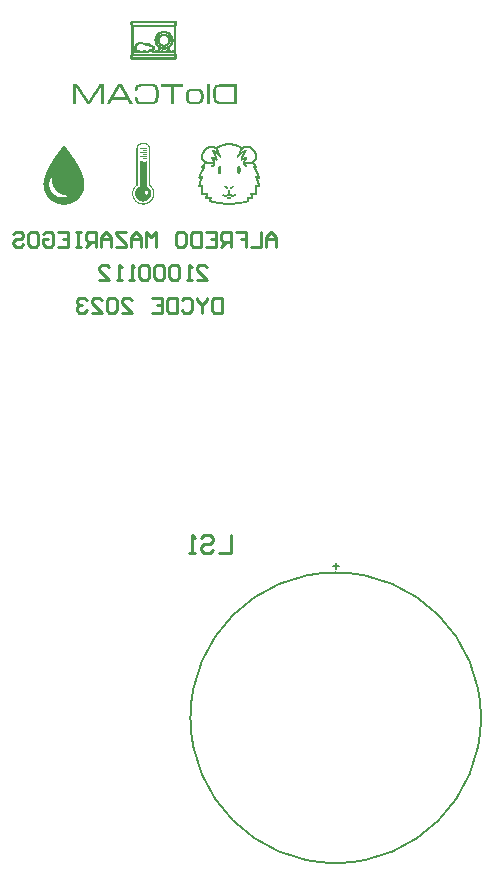
<source format=gbo>
G04*
G04 #@! TF.GenerationSoftware,Altium Limited,Altium Designer,23.3.1 (30)*
G04*
G04 Layer_Color=32896*
%FSLAX44Y44*%
%MOMM*%
G71*
G04*
G04 #@! TF.SameCoordinates,11343DF2-346A-4928-BBB7-4E1EB81EA5CC*
G04*
G04*
G04 #@! TF.FilePolarity,Positive*
G04*
G01*
G75*
%ADD11C,0.2000*%
%ADD14C,0.2540*%
%ADD82C,0.1500*%
G36*
X926723Y1228561D02*
X927039D01*
Y1228245D01*
X927355D01*
Y1227614D01*
X927670D01*
Y1225405D01*
X927355D01*
Y1224774D01*
X927039D01*
Y1224458D01*
X926723D01*
Y1200473D01*
X927039D01*
Y1200158D01*
X927355D01*
Y1199527D01*
X927670D01*
Y1197317D01*
X927355D01*
Y1196686D01*
X927039D01*
Y1196371D01*
X926408D01*
Y1196055D01*
X888852D01*
Y1196371D01*
X888537D01*
Y1196686D01*
X888221D01*
Y1197002D01*
X887906D01*
Y1199842D01*
X888221D01*
Y1200473D01*
X888537D01*
Y1224458D01*
X888221D01*
Y1225089D01*
X887906D01*
Y1227930D01*
X888221D01*
Y1228561D01*
X888852D01*
Y1228876D01*
X926723D01*
Y1228561D01*
D02*
G37*
G36*
X865499Y1174910D02*
X865814D01*
Y1158815D01*
X865499D01*
Y1158500D01*
X863289D01*
Y1158815D01*
X862974D01*
Y1172386D01*
X862658D01*
Y1171754D01*
X862343D01*
Y1171439D01*
X862027D01*
Y1170808D01*
X861712D01*
Y1170492D01*
X861396D01*
Y1169861D01*
X861080D01*
Y1169545D01*
X860765D01*
Y1168914D01*
X860449D01*
Y1168598D01*
X860134D01*
Y1167967D01*
X859818D01*
Y1167652D01*
X859502D01*
Y1167021D01*
X859187D01*
Y1166705D01*
X858871D01*
Y1166074D01*
X858556D01*
Y1165758D01*
X858240D01*
Y1165127D01*
X857924D01*
Y1164811D01*
X857609D01*
Y1164180D01*
X857293D01*
Y1163865D01*
X856978D01*
Y1163233D01*
X856662D01*
Y1162918D01*
X856347D01*
Y1162287D01*
X856031D01*
Y1161656D01*
X855715D01*
Y1161340D01*
X855400D01*
Y1160709D01*
X855084D01*
Y1160393D01*
X854769D01*
Y1159762D01*
X854453D01*
Y1159446D01*
X854137D01*
Y1158815D01*
X853822D01*
Y1158500D01*
X851297D01*
Y1158815D01*
X850982D01*
Y1159131D01*
X850666D01*
Y1159762D01*
X850350D01*
Y1160078D01*
X850035D01*
Y1160709D01*
X849719D01*
Y1161024D01*
X849404D01*
Y1161656D01*
X849088D01*
Y1162287D01*
X848772D01*
Y1162602D01*
X848457D01*
Y1163233D01*
X848141D01*
Y1163549D01*
X847825D01*
Y1164180D01*
X847510D01*
Y1164496D01*
X847194D01*
Y1165127D01*
X846879D01*
Y1165443D01*
X846563D01*
Y1166074D01*
X846248D01*
Y1166389D01*
X845932D01*
Y1167021D01*
X845616D01*
Y1167336D01*
X845301D01*
Y1167967D01*
X844985D01*
Y1168283D01*
X844670D01*
Y1168914D01*
X844354D01*
Y1169230D01*
X844038D01*
Y1169861D01*
X843723D01*
Y1170176D01*
X843407D01*
Y1170808D01*
X843092D01*
Y1171123D01*
X842776D01*
Y1171754D01*
X842460D01*
Y1172070D01*
X842145D01*
Y1158815D01*
X841829D01*
Y1158500D01*
X839620D01*
Y1175226D01*
X843092D01*
Y1174910D01*
X843407D01*
Y1174595D01*
X843723D01*
Y1173964D01*
X844038D01*
Y1173648D01*
X844354D01*
Y1173017D01*
X844670D01*
Y1172701D01*
X844985D01*
Y1172070D01*
X845301D01*
Y1171754D01*
X845616D01*
Y1171123D01*
X845932D01*
Y1170808D01*
X846248D01*
Y1170176D01*
X846563D01*
Y1169861D01*
X846879D01*
Y1169230D01*
X847194D01*
Y1168914D01*
X847510D01*
Y1168283D01*
X847825D01*
Y1167967D01*
X848141D01*
Y1167336D01*
X848457D01*
Y1167021D01*
X848772D01*
Y1166389D01*
X849088D01*
Y1166074D01*
X849404D01*
Y1165443D01*
X849719D01*
Y1165127D01*
X850035D01*
Y1164496D01*
X850350D01*
Y1164180D01*
X850666D01*
Y1163549D01*
X850982D01*
Y1163233D01*
X851297D01*
Y1162602D01*
X851613D01*
Y1162287D01*
X851928D01*
Y1161656D01*
X852244D01*
Y1161340D01*
X852875D01*
Y1161971D01*
X853191D01*
Y1162287D01*
X853506D01*
Y1162918D01*
X853822D01*
Y1163233D01*
X854137D01*
Y1163865D01*
X854453D01*
Y1164180D01*
X854769D01*
Y1164811D01*
X855084D01*
Y1165127D01*
X855400D01*
Y1165758D01*
X855715D01*
Y1166074D01*
X856031D01*
Y1166705D01*
X856347D01*
Y1167021D01*
X856662D01*
Y1167652D01*
X856978D01*
Y1167967D01*
X857293D01*
Y1168598D01*
X857609D01*
Y1168914D01*
X857924D01*
Y1169545D01*
X858240D01*
Y1169861D01*
X858556D01*
Y1170492D01*
X858871D01*
Y1170808D01*
X859187D01*
Y1171439D01*
X859502D01*
Y1171754D01*
X859818D01*
Y1172386D01*
X860134D01*
Y1172701D01*
X860449D01*
Y1173332D01*
X860765D01*
Y1173648D01*
X861080D01*
Y1174279D01*
X861396D01*
Y1174595D01*
X861712D01*
Y1175226D01*
X865499D01*
Y1174910D01*
D02*
G37*
G36*
X907157Y1175226D02*
X908419D01*
Y1174910D01*
X909366D01*
Y1174595D01*
X909681D01*
Y1174279D01*
X910313D01*
Y1173964D01*
X910628D01*
Y1173332D01*
X910944D01*
Y1173017D01*
X911259D01*
Y1172070D01*
X911575D01*
Y1170176D01*
X911891D01*
Y1163549D01*
X911575D01*
Y1161656D01*
X911259D01*
Y1160709D01*
X910944D01*
Y1160393D01*
X910628D01*
Y1160078D01*
X910313D01*
Y1159446D01*
X909681D01*
Y1159131D01*
X909050D01*
Y1158815D01*
X908419D01*
Y1158500D01*
X906841D01*
Y1158184D01*
X896427D01*
Y1158500D01*
X894849D01*
Y1158815D01*
X893902D01*
Y1159131D01*
X893586D01*
Y1159446D01*
X892955D01*
Y1159762D01*
X892639D01*
Y1160078D01*
X892324D01*
Y1160709D01*
X892008D01*
Y1161340D01*
X891693D01*
Y1164180D01*
X893902D01*
Y1163865D01*
X894217D01*
Y1161656D01*
X894533D01*
Y1161024D01*
X894849D01*
Y1160709D01*
X895480D01*
Y1160393D01*
X896742D01*
Y1160078D01*
X906525D01*
Y1160393D01*
X907788D01*
Y1160709D01*
X908419D01*
Y1161024D01*
X908735D01*
Y1161656D01*
X909050D01*
Y1163865D01*
X909366D01*
Y1169230D01*
Y1169545D01*
Y1170176D01*
X909050D01*
Y1172070D01*
X908735D01*
Y1172701D01*
X908419D01*
Y1173017D01*
X907788D01*
Y1173332D01*
X906841D01*
Y1173648D01*
X896742D01*
Y1173332D01*
X895480D01*
Y1173017D01*
X894849D01*
Y1172701D01*
X894533D01*
Y1172070D01*
X894217D01*
Y1170176D01*
X893902D01*
Y1169861D01*
X891693D01*
Y1172386D01*
X892008D01*
Y1173017D01*
X892324D01*
Y1173648D01*
X892639D01*
Y1173964D01*
X892955D01*
Y1174279D01*
X893271D01*
Y1174595D01*
X893902D01*
Y1174910D01*
X894849D01*
Y1175226D01*
X896111D01*
Y1175542D01*
X907157D01*
Y1175226D01*
D02*
G37*
G36*
X978165Y1158500D02*
X962701D01*
Y1158815D01*
X961438D01*
Y1159131D01*
X960492D01*
Y1159446D01*
X959860D01*
Y1159762D01*
X959545D01*
Y1160078D01*
X959229D01*
Y1160393D01*
X958914D01*
Y1161024D01*
X958598D01*
Y1161656D01*
X958282D01*
Y1163233D01*
X957967D01*
Y1163549D01*
Y1163865D01*
Y1170808D01*
X958282D01*
Y1172070D01*
X958598D01*
Y1172701D01*
X958914D01*
Y1173332D01*
X959229D01*
Y1173648D01*
X959545D01*
Y1173964D01*
X959860D01*
Y1174279D01*
X960492D01*
Y1174595D01*
X961438D01*
Y1174910D01*
X962701D01*
Y1175226D01*
X978165D01*
Y1158500D01*
D02*
G37*
G36*
X955126Y1174910D02*
Y1174595D01*
Y1158500D01*
X952917D01*
Y1158815D01*
X952602D01*
Y1175226D01*
X955126D01*
Y1174910D01*
D02*
G37*
G36*
X932720Y1173332D02*
X924514D01*
Y1158500D01*
X922305D01*
Y1158815D01*
X921990D01*
Y1172386D01*
Y1172701D01*
Y1173332D01*
X914100D01*
Y1173648D01*
X913784D01*
Y1174910D01*
X914100D01*
Y1175226D01*
X932720D01*
Y1173332D01*
D02*
G37*
G36*
X880647Y1174595D02*
X880963D01*
Y1174279D01*
X881278D01*
Y1173648D01*
X881594D01*
Y1173017D01*
X881909D01*
Y1172701D01*
X882225D01*
Y1172070D01*
X882541D01*
Y1171439D01*
X882856D01*
Y1170808D01*
X883172D01*
Y1170492D01*
X883487D01*
Y1169861D01*
X883803D01*
Y1169230D01*
X884118D01*
Y1168598D01*
X884434D01*
Y1168283D01*
X884750D01*
Y1167652D01*
X885065D01*
Y1167021D01*
X885381D01*
Y1166705D01*
X885696D01*
Y1166074D01*
X886012D01*
Y1165443D01*
X886328D01*
Y1164811D01*
X886643D01*
Y1164496D01*
X886959D01*
Y1163865D01*
X887274D01*
Y1163233D01*
X887590D01*
Y1162602D01*
X887906D01*
Y1162287D01*
X888221D01*
Y1161656D01*
X888537D01*
Y1161024D01*
X888852D01*
Y1160709D01*
X889168D01*
Y1160078D01*
X889484D01*
Y1159446D01*
X889799D01*
Y1159131D01*
X890115D01*
Y1158815D01*
X889799D01*
Y1158500D01*
X887274D01*
Y1158815D01*
X886959D01*
Y1159446D01*
X886643D01*
Y1160078D01*
X886328D01*
Y1160393D01*
X886012D01*
Y1161024D01*
X885696D01*
Y1161656D01*
X885381D01*
Y1162287D01*
X872757D01*
Y1161971D01*
X872442D01*
Y1161340D01*
X872126D01*
Y1161024D01*
X871811D01*
Y1160393D01*
X871495D01*
Y1159762D01*
X871179D01*
Y1159131D01*
X870864D01*
Y1158815D01*
X870548D01*
Y1158500D01*
X868023D01*
Y1159446D01*
X868339D01*
Y1159762D01*
X868654D01*
Y1160393D01*
X868970D01*
Y1161024D01*
X869286D01*
Y1161656D01*
X869601D01*
Y1161971D01*
X869917D01*
Y1162602D01*
X870232D01*
Y1163233D01*
X870548D01*
Y1163549D01*
X870864D01*
Y1164180D01*
X871179D01*
Y1164811D01*
X871495D01*
Y1165443D01*
X871811D01*
Y1165758D01*
X872126D01*
Y1166389D01*
X872442D01*
Y1167021D01*
X872757D01*
Y1167336D01*
X873073D01*
Y1167967D01*
X873388D01*
Y1168598D01*
X873704D01*
Y1169230D01*
X874020D01*
Y1169545D01*
X874335D01*
Y1170176D01*
X874651D01*
Y1170808D01*
X874966D01*
Y1171123D01*
X875282D01*
Y1171754D01*
X875598D01*
Y1172386D01*
X875913D01*
Y1173017D01*
X876229D01*
Y1173332D01*
X876544D01*
Y1173964D01*
X876860D01*
Y1174595D01*
X877176D01*
Y1174910D01*
X877491D01*
Y1175226D01*
X880647D01*
Y1174595D01*
D02*
G37*
G36*
X945343Y1171123D02*
X946606D01*
Y1170808D01*
X947552D01*
Y1170492D01*
X947868D01*
Y1170176D01*
X948499D01*
Y1169861D01*
X948815D01*
Y1169545D01*
X949130D01*
Y1168914D01*
X949446D01*
Y1168283D01*
X949762D01*
Y1167021D01*
X950077D01*
Y1162602D01*
X949762D01*
Y1161656D01*
X949446D01*
Y1160709D01*
X949130D01*
Y1160393D01*
X948815D01*
Y1160078D01*
X948499D01*
Y1159762D01*
X948184D01*
Y1159446D01*
X947868D01*
Y1159131D01*
X947237D01*
Y1158815D01*
X946606D01*
Y1158500D01*
X945028D01*
Y1158184D01*
X939663D01*
Y1158500D01*
X938085D01*
Y1158815D01*
X937453D01*
Y1159131D01*
X936822D01*
Y1159446D01*
X936507D01*
Y1159762D01*
X936191D01*
Y1160078D01*
X935875D01*
Y1160393D01*
X935560D01*
Y1160709D01*
X935244D01*
Y1161340D01*
X934929D01*
Y1162602D01*
X934613D01*
Y1167021D01*
X934929D01*
Y1168283D01*
X935244D01*
Y1168914D01*
X935560D01*
Y1169545D01*
X935875D01*
Y1169861D01*
X936191D01*
Y1170176D01*
X936822D01*
Y1170492D01*
X937138D01*
Y1170808D01*
X938085D01*
Y1171123D01*
X939347D01*
Y1171439D01*
X945343D01*
Y1171123D01*
D02*
G37*
G36*
X973412Y1125218D02*
X974245D01*
Y1125113D01*
X974870D01*
Y1125009D01*
X975390D01*
Y1124905D01*
X975911D01*
Y1124801D01*
X976224D01*
Y1124697D01*
X976640D01*
Y1124593D01*
X977057D01*
Y1124489D01*
X977369D01*
Y1124384D01*
X977682D01*
Y1124280D01*
X977994D01*
Y1124176D01*
X978202D01*
Y1124072D01*
X978515D01*
Y1123968D01*
X978723D01*
Y1123864D01*
X978931D01*
Y1123760D01*
X979244D01*
Y1123655D01*
X979452D01*
Y1123551D01*
X979660D01*
Y1123447D01*
X979973D01*
Y1123343D01*
X980077D01*
Y1123239D01*
X980285D01*
Y1123135D01*
X980702D01*
Y1123030D01*
X980910D01*
Y1122926D01*
X981118D01*
Y1122822D01*
X981327D01*
Y1122718D01*
X981535D01*
Y1122614D01*
X981743D01*
Y1122510D01*
X981847D01*
Y1122406D01*
X982055D01*
Y1122301D01*
X982264D01*
Y1122197D01*
X982368D01*
Y1122093D01*
X982472D01*
Y1121989D01*
X982784D01*
Y1122093D01*
X982889D01*
Y1122197D01*
X983097D01*
Y1122301D01*
X983201D01*
Y1122406D01*
X983409D01*
Y1122510D01*
X983513D01*
Y1122614D01*
X983722D01*
Y1122718D01*
X983930D01*
Y1122822D01*
X984242D01*
Y1122926D01*
X984451D01*
Y1123030D01*
X984763D01*
Y1123135D01*
X985596D01*
Y1123239D01*
X987367D01*
Y1123135D01*
X988408D01*
Y1123030D01*
X988616D01*
Y1122926D01*
X988929D01*
Y1122822D01*
X989241D01*
Y1122718D01*
X989449D01*
Y1122614D01*
X989658D01*
Y1122510D01*
X989866D01*
Y1122406D01*
X990074D01*
Y1122301D01*
X990178D01*
Y1122197D01*
X990387D01*
Y1122093D01*
X990595D01*
Y1121989D01*
X990699D01*
Y1121885D01*
X990803D01*
Y1121781D01*
X991012D01*
Y1121573D01*
X991116D01*
Y1121468D01*
X991324D01*
Y1121364D01*
X991428D01*
Y1121260D01*
X991532D01*
Y1121156D01*
X991636D01*
Y1121052D01*
X991740D01*
Y1120948D01*
X991845D01*
Y1120844D01*
X991949D01*
Y1120739D01*
X992053D01*
Y1120635D01*
X992157D01*
Y1120531D01*
X992261D01*
Y1120427D01*
X992365D01*
Y1120323D01*
X992469D01*
Y1120219D01*
X992574D01*
Y1120011D01*
X992678D01*
Y1119906D01*
X992782D01*
Y1119802D01*
X992886D01*
Y1119594D01*
X992990D01*
Y1119490D01*
X993094D01*
Y1119386D01*
X993198D01*
Y1119281D01*
X993303D01*
Y1119073D01*
X993407D01*
Y1118969D01*
X993511D01*
Y1118865D01*
X993615D01*
Y1118761D01*
X993719D01*
Y1118657D01*
X993823D01*
Y1118448D01*
X993927D01*
Y1118344D01*
X994032D01*
Y1118136D01*
X994136D01*
Y1118032D01*
X994240D01*
Y1117823D01*
X994344D01*
Y1117615D01*
X994448D01*
Y1117407D01*
X994552D01*
Y1117199D01*
X994656D01*
Y1116990D01*
X994761D01*
Y1116782D01*
X994865D01*
Y1116574D01*
X994969D01*
Y1116261D01*
X995073D01*
Y1115949D01*
X995177D01*
Y1115637D01*
X995281D01*
Y1115220D01*
X995385D01*
Y1112512D01*
X995281D01*
Y1112200D01*
X995177D01*
Y1111888D01*
X995073D01*
Y1111679D01*
X994969D01*
Y1111471D01*
X994865D01*
Y1111263D01*
X994761D01*
Y1111054D01*
X994656D01*
Y1110950D01*
X994552D01*
Y1110742D01*
X994448D01*
Y1110638D01*
X994344D01*
Y1110430D01*
X994240D01*
Y1110325D01*
X994136D01*
Y1110221D01*
X994032D01*
Y1110117D01*
X993823D01*
Y1110013D01*
X993719D01*
Y1109909D01*
X993615D01*
Y1109805D01*
X993511D01*
Y1109701D01*
X993407D01*
Y1109596D01*
X993303D01*
Y1109492D01*
X993198D01*
Y1109388D01*
X993094D01*
Y1109284D01*
X992990D01*
Y1109180D01*
X992886D01*
Y1109076D01*
X992678D01*
Y1108972D01*
X992574D01*
Y1108867D01*
X992678D01*
Y1108763D01*
X992782D01*
Y1108659D01*
X992886D01*
Y1108555D01*
X992990D01*
Y1108347D01*
X993094D01*
Y1108243D01*
X993198D01*
Y1108139D01*
X993303D01*
Y1108034D01*
X993407D01*
Y1107930D01*
X993511D01*
Y1107722D01*
X993615D01*
Y1107618D01*
X993719D01*
Y1107410D01*
X993823D01*
Y1107305D01*
X993927D01*
Y1107201D01*
X994032D01*
Y1106993D01*
X994136D01*
Y1106889D01*
X994240D01*
Y1106681D01*
X994344D01*
Y1106576D01*
X994448D01*
Y1106368D01*
X994552D01*
Y1106160D01*
X994656D01*
Y1106056D01*
X994761D01*
Y1105847D01*
X994969D01*
Y1105639D01*
X995073D01*
Y1105431D01*
X995177D01*
Y1104598D01*
X995073D01*
Y1104389D01*
X994969D01*
Y1104285D01*
X994761D01*
Y1104181D01*
X994240D01*
Y1103973D01*
X994344D01*
Y1103765D01*
X994448D01*
Y1103661D01*
X994552D01*
Y1103452D01*
X994656D01*
Y1103244D01*
X994761D01*
Y1103036D01*
X994865D01*
Y1102827D01*
X994969D01*
Y1102619D01*
X995073D01*
Y1102515D01*
X995177D01*
Y1102307D01*
X995281D01*
Y1102098D01*
X995385D01*
Y1101682D01*
X995490D01*
Y1101473D01*
X995594D01*
Y1101369D01*
X995698D01*
Y1101161D01*
X995802D01*
Y1100953D01*
X995906D01*
Y1100745D01*
X996010D01*
Y1100536D01*
X996114D01*
Y1100328D01*
X996218D01*
Y1100120D01*
X996323D01*
Y1099807D01*
X996427D01*
Y1099599D01*
X996531D01*
Y1099391D01*
X996635D01*
Y1099183D01*
X996739D01*
Y1098870D01*
X996843D01*
Y1098662D01*
X996947D01*
Y1098349D01*
X997052D01*
Y1098141D01*
X997156D01*
Y1097829D01*
X997260D01*
Y1097516D01*
X997364D01*
Y1097100D01*
X997468D01*
Y1096891D01*
X997572D01*
Y1095642D01*
X997468D01*
Y1095538D01*
X997364D01*
Y1095329D01*
X997156D01*
Y1095225D01*
X996218D01*
Y1095329D01*
X995906D01*
Y1095225D01*
X996010D01*
Y1094913D01*
X996114D01*
Y1094600D01*
X996218D01*
Y1094392D01*
X996323D01*
Y1094080D01*
X996427D01*
Y1093767D01*
X996531D01*
Y1093455D01*
X996635D01*
Y1093142D01*
X996739D01*
Y1092830D01*
X996843D01*
Y1092622D01*
X996947D01*
Y1092309D01*
X997052D01*
Y1091893D01*
X997156D01*
Y1091476D01*
X997260D01*
Y1091059D01*
X997364D01*
Y1090539D01*
X997468D01*
Y1089914D01*
X997572D01*
Y1088352D01*
X997468D01*
Y1088248D01*
X997364D01*
Y1088039D01*
X997156D01*
Y1087935D01*
X996218D01*
Y1088039D01*
X995906D01*
Y1088144D01*
X995594D01*
Y1088248D01*
X995385D01*
Y1088352D01*
X995177D01*
Y1081791D01*
X995073D01*
Y1081583D01*
X994969D01*
Y1081479D01*
X994761D01*
Y1081375D01*
X991324D01*
Y1081062D01*
X991428D01*
Y1080646D01*
X991532D01*
Y1080229D01*
X991636D01*
Y1079812D01*
X991740D01*
Y1079500D01*
X991845D01*
Y1078563D01*
X991740D01*
Y1078354D01*
X991532D01*
Y1078250D01*
X991428D01*
Y1078146D01*
X988200D01*
Y1077938D01*
X988304D01*
Y1077626D01*
X988408D01*
Y1077313D01*
X988512D01*
Y1077001D01*
X988616D01*
Y1076063D01*
X988512D01*
Y1075855D01*
X988408D01*
Y1075751D01*
X988200D01*
Y1075647D01*
X987991D01*
Y1075543D01*
X987679D01*
Y1075439D01*
X987158D01*
Y1075334D01*
X986846D01*
Y1075230D01*
X986638D01*
Y1075126D01*
X986221D01*
Y1075022D01*
X985909D01*
Y1074918D01*
X985492D01*
Y1074814D01*
X985076D01*
Y1074710D01*
X984659D01*
Y1074605D01*
X984242D01*
Y1074501D01*
X983826D01*
Y1074397D01*
X983305D01*
Y1074293D01*
X982784D01*
Y1074189D01*
X982368D01*
Y1074085D01*
X981847D01*
Y1073981D01*
X981118D01*
Y1073876D01*
X980389D01*
Y1073772D01*
X979660D01*
Y1073668D01*
X978931D01*
Y1073564D01*
X977994D01*
Y1073460D01*
X976744D01*
Y1073356D01*
X975182D01*
Y1073252D01*
X967892D01*
Y1073356D01*
X966330D01*
Y1073460D01*
X965081D01*
Y1073564D01*
X964143D01*
Y1073668D01*
X963414D01*
Y1073772D01*
X962685D01*
Y1073876D01*
X961956D01*
Y1073981D01*
X961227D01*
Y1074085D01*
X960707D01*
Y1074189D01*
X960290D01*
Y1074293D01*
X959770D01*
Y1074397D01*
X959249D01*
Y1074501D01*
X958832D01*
Y1074605D01*
X958416D01*
Y1074710D01*
X957999D01*
Y1074814D01*
X957582D01*
Y1074918D01*
X957166D01*
Y1075022D01*
X956854D01*
Y1075126D01*
X956437D01*
Y1075230D01*
X956229D01*
Y1075334D01*
X955916D01*
Y1075439D01*
X955396D01*
Y1075543D01*
X955083D01*
Y1075647D01*
X954875D01*
Y1075751D01*
X954667D01*
Y1075855D01*
X954563D01*
Y1076063D01*
X954458D01*
Y1077001D01*
X954563D01*
Y1077313D01*
X954667D01*
Y1077626D01*
X954771D01*
Y1077938D01*
X954875D01*
Y1078146D01*
X951647D01*
Y1078250D01*
X951542D01*
Y1078354D01*
X951334D01*
Y1078563D01*
X951230D01*
Y1079500D01*
X951334D01*
Y1079812D01*
X951438D01*
Y1080229D01*
X951542D01*
Y1080646D01*
X951647D01*
Y1081062D01*
X951751D01*
Y1081375D01*
X948314D01*
Y1081479D01*
X948106D01*
Y1081583D01*
X948002D01*
Y1081791D01*
X947897D01*
Y1088352D01*
X947689D01*
Y1088248D01*
X947481D01*
Y1088144D01*
X947169D01*
Y1088039D01*
X946856D01*
Y1087935D01*
X945919D01*
Y1088039D01*
X945711D01*
Y1088248D01*
X945606D01*
Y1088352D01*
X945502D01*
Y1089914D01*
X945606D01*
Y1090539D01*
X945711D01*
Y1091059D01*
X945815D01*
Y1091476D01*
X945919D01*
Y1091893D01*
X946023D01*
Y1092309D01*
X946127D01*
Y1092622D01*
X946231D01*
Y1092830D01*
X946335D01*
Y1093142D01*
X946440D01*
Y1093455D01*
X946544D01*
Y1093767D01*
X946648D01*
Y1094080D01*
X946752D01*
Y1094392D01*
X946856D01*
Y1094600D01*
X946960D01*
Y1094913D01*
X947064D01*
Y1095225D01*
X947169D01*
Y1095329D01*
X946856D01*
Y1095225D01*
X945919D01*
Y1095329D01*
X945711D01*
Y1095538D01*
X945606D01*
Y1095642D01*
X945502D01*
Y1096891D01*
X945606D01*
Y1097100D01*
X945711D01*
Y1097516D01*
X945815D01*
Y1097829D01*
X945919D01*
Y1098141D01*
X946023D01*
Y1098349D01*
X946127D01*
Y1098662D01*
X946231D01*
Y1098870D01*
X946335D01*
Y1099183D01*
X946440D01*
Y1099391D01*
X946544D01*
Y1099599D01*
X946648D01*
Y1099807D01*
X946752D01*
Y1100120D01*
X946856D01*
Y1100328D01*
X946960D01*
Y1100536D01*
X947064D01*
Y1100745D01*
X947169D01*
Y1100953D01*
X947273D01*
Y1101161D01*
X947377D01*
Y1101369D01*
X947481D01*
Y1101473D01*
X947585D01*
Y1101682D01*
X947689D01*
Y1102098D01*
X947793D01*
Y1102307D01*
X947897D01*
Y1102515D01*
X948002D01*
Y1102619D01*
X948106D01*
Y1102827D01*
X948210D01*
Y1103036D01*
X948314D01*
Y1103244D01*
X948418D01*
Y1103452D01*
X948522D01*
Y1103661D01*
X948626D01*
Y1103765D01*
X948731D01*
Y1103973D01*
X948835D01*
Y1104181D01*
X948314D01*
Y1104285D01*
X948106D01*
Y1104389D01*
X948002D01*
Y1104598D01*
X947897D01*
Y1105431D01*
X948002D01*
Y1105639D01*
X948106D01*
Y1105847D01*
X948314D01*
Y1106056D01*
X948418D01*
Y1106160D01*
X948522D01*
Y1106368D01*
X948626D01*
Y1106576D01*
X948731D01*
Y1106681D01*
X948835D01*
Y1106889D01*
X948939D01*
Y1106993D01*
X949043D01*
Y1107201D01*
X949147D01*
Y1107305D01*
X949251D01*
Y1107410D01*
X949355D01*
Y1107618D01*
X949460D01*
Y1107722D01*
X949564D01*
Y1107930D01*
X949668D01*
Y1108034D01*
X949772D01*
Y1108139D01*
X949876D01*
Y1108243D01*
X949980D01*
Y1108347D01*
X950085D01*
Y1108555D01*
X950189D01*
Y1108659D01*
X950293D01*
Y1108763D01*
X950397D01*
Y1108867D01*
X950501D01*
Y1108972D01*
X950397D01*
Y1109076D01*
X950189D01*
Y1109180D01*
X950085D01*
Y1109284D01*
X949980D01*
Y1109388D01*
X949876D01*
Y1109492D01*
X949772D01*
Y1109596D01*
X949668D01*
Y1109701D01*
X949564D01*
Y1109805D01*
X949460D01*
Y1109909D01*
X949355D01*
Y1110013D01*
X949251D01*
Y1110117D01*
X949043D01*
Y1110221D01*
X948939D01*
Y1110325D01*
X948835D01*
Y1110430D01*
X948731D01*
Y1110638D01*
X948626D01*
Y1110742D01*
X948522D01*
Y1110950D01*
X948418D01*
Y1111054D01*
X948314D01*
Y1111263D01*
X948210D01*
Y1111471D01*
X948106D01*
Y1111679D01*
X948002D01*
Y1111888D01*
X947897D01*
Y1112200D01*
X947793D01*
Y1112512D01*
X947689D01*
Y1115220D01*
X947793D01*
Y1115637D01*
X947897D01*
Y1115949D01*
X948002D01*
Y1116261D01*
X948106D01*
Y1116574D01*
X948210D01*
Y1116782D01*
X948314D01*
Y1116990D01*
X948418D01*
Y1117199D01*
X948522D01*
Y1117407D01*
X948626D01*
Y1117615D01*
X948731D01*
Y1117823D01*
X948835D01*
Y1118032D01*
X948939D01*
Y1118136D01*
X949043D01*
Y1118344D01*
X949147D01*
Y1118448D01*
X949251D01*
Y1118657D01*
X949355D01*
Y1118761D01*
X949460D01*
Y1118865D01*
X949564D01*
Y1118969D01*
X949668D01*
Y1119073D01*
X949772D01*
Y1119281D01*
X949876D01*
Y1119386D01*
X949980D01*
Y1119490D01*
X950085D01*
Y1119594D01*
X950189D01*
Y1119802D01*
X950293D01*
Y1119906D01*
X950397D01*
Y1120011D01*
X950501D01*
Y1120219D01*
X950605D01*
Y1120323D01*
X950709D01*
Y1120427D01*
X950813D01*
Y1120531D01*
X950918D01*
Y1120635D01*
X951022D01*
Y1120739D01*
X951126D01*
Y1120844D01*
X951230D01*
Y1120948D01*
X951334D01*
Y1121052D01*
X951438D01*
Y1121156D01*
X951542D01*
Y1121260D01*
X951647D01*
Y1121364D01*
X951751D01*
Y1121468D01*
X951959D01*
Y1121677D01*
X952063D01*
Y1121781D01*
X952271D01*
Y1121885D01*
X952375D01*
Y1121989D01*
X952480D01*
Y1122093D01*
X952688D01*
Y1122197D01*
X952896D01*
Y1122301D01*
X953000D01*
Y1122406D01*
X953209D01*
Y1122510D01*
X953417D01*
Y1122614D01*
X953625D01*
Y1122718D01*
X953833D01*
Y1122822D01*
X954146D01*
Y1122926D01*
X954458D01*
Y1123030D01*
X954667D01*
Y1123135D01*
X955708D01*
Y1123239D01*
X957478D01*
Y1123135D01*
X958311D01*
Y1123030D01*
X958624D01*
Y1122926D01*
X958832D01*
Y1122822D01*
X959145D01*
Y1122718D01*
X959353D01*
Y1122614D01*
X959561D01*
Y1122510D01*
X959665D01*
Y1122406D01*
X959874D01*
Y1122301D01*
X959978D01*
Y1122197D01*
X960186D01*
Y1122093D01*
X960290D01*
Y1121989D01*
X960603D01*
Y1122093D01*
X960707D01*
Y1122197D01*
X960811D01*
Y1122301D01*
X961019D01*
Y1122406D01*
X961227D01*
Y1122510D01*
X961332D01*
Y1122614D01*
X961540D01*
Y1122718D01*
X961748D01*
Y1122822D01*
X961956D01*
Y1122926D01*
X962165D01*
Y1123030D01*
X962373D01*
Y1123135D01*
X962790D01*
Y1123239D01*
X962998D01*
Y1123343D01*
X963206D01*
Y1123447D01*
X963414D01*
Y1123551D01*
X963623D01*
Y1123655D01*
X963831D01*
Y1123760D01*
X964143D01*
Y1123864D01*
X964352D01*
Y1123968D01*
X964664D01*
Y1124072D01*
X964872D01*
Y1124176D01*
X965081D01*
Y1124280D01*
X965393D01*
Y1124384D01*
X965705D01*
Y1124489D01*
X966018D01*
Y1124593D01*
X966434D01*
Y1124697D01*
X966851D01*
Y1124801D01*
X967163D01*
Y1124905D01*
X967684D01*
Y1125009D01*
X968205D01*
Y1125113D01*
X968830D01*
Y1125218D01*
X969663D01*
Y1125322D01*
X973412D01*
Y1125218D01*
D02*
G37*
G36*
X900638Y1125299D02*
X901055D01*
Y1125195D01*
X901471D01*
Y1125090D01*
X901680D01*
Y1124986D01*
X901992D01*
Y1124882D01*
X902200D01*
Y1124778D01*
X902409D01*
Y1124674D01*
X902617D01*
Y1124570D01*
X902721D01*
Y1124466D01*
X902929D01*
Y1124361D01*
X903034D01*
Y1124257D01*
X903138D01*
Y1124153D01*
X903242D01*
Y1124049D01*
X903346D01*
Y1123945D01*
X903450D01*
Y1123841D01*
X903554D01*
Y1123737D01*
X903658D01*
Y1123633D01*
X903763D01*
Y1123424D01*
X903867D01*
Y1123216D01*
X904075D01*
Y1123008D01*
X904179D01*
Y1122591D01*
X904283D01*
Y1122279D01*
X904387D01*
Y1121446D01*
X904492D01*
Y1090099D01*
X904596D01*
Y1089995D01*
X904700D01*
Y1089891D01*
X904804D01*
Y1089787D01*
X905012D01*
Y1089683D01*
X905116D01*
Y1089579D01*
X905220D01*
Y1089370D01*
X905325D01*
Y1089266D01*
X905429D01*
Y1089162D01*
X905533D01*
Y1089058D01*
X905637D01*
Y1088954D01*
X905741D01*
Y1088850D01*
X905845D01*
Y1088746D01*
X905949D01*
Y1088537D01*
X906158D01*
Y1088433D01*
X906262D01*
Y1088225D01*
X906366D01*
Y1088121D01*
X906470D01*
Y1088017D01*
X906574D01*
Y1087808D01*
X906678D01*
Y1087704D01*
X906783D01*
Y1087496D01*
X906887D01*
Y1087288D01*
X906991D01*
Y1087079D01*
X907095D01*
Y1086975D01*
X907199D01*
Y1086663D01*
X907303D01*
Y1086454D01*
X907407D01*
Y1086246D01*
X907512D01*
Y1086038D01*
X907616D01*
Y1085621D01*
X907720D01*
Y1085309D01*
X907824D01*
Y1084997D01*
X907928D01*
Y1084476D01*
X908032D01*
Y1083955D01*
X908136D01*
Y1081456D01*
X908032D01*
Y1080727D01*
X907928D01*
Y1080310D01*
X907824D01*
Y1079894D01*
X907720D01*
Y1079685D01*
X907616D01*
Y1079373D01*
X907512D01*
Y1079165D01*
X907407D01*
Y1078852D01*
X907303D01*
Y1078644D01*
X907199D01*
Y1078436D01*
X907095D01*
Y1078227D01*
X906991D01*
Y1078019D01*
X906887D01*
Y1077915D01*
X906783D01*
Y1077707D01*
X906678D01*
Y1077603D01*
X906574D01*
Y1077394D01*
X906470D01*
Y1077290D01*
X906366D01*
Y1077082D01*
X906262D01*
Y1076978D01*
X906158D01*
Y1076874D01*
X906054D01*
Y1076665D01*
X905949D01*
Y1076561D01*
X905845D01*
Y1076457D01*
X905741D01*
Y1076353D01*
X905637D01*
Y1076249D01*
X905533D01*
Y1076145D01*
X905429D01*
Y1076040D01*
X905325D01*
Y1075936D01*
X905220D01*
Y1075728D01*
X905116D01*
Y1075624D01*
X905012D01*
Y1075520D01*
X904804D01*
Y1075416D01*
X904596D01*
Y1075312D01*
X904492D01*
Y1075207D01*
X904387D01*
Y1075103D01*
X904179D01*
Y1074999D01*
X904075D01*
Y1074895D01*
X903971D01*
Y1074791D01*
X903763D01*
Y1074687D01*
X903554D01*
Y1074583D01*
X903450D01*
Y1074478D01*
X903242D01*
Y1074374D01*
X903034D01*
Y1074270D01*
X902825D01*
Y1074166D01*
X902617D01*
Y1074062D01*
X902305D01*
Y1073958D01*
X902096D01*
Y1073854D01*
X901784D01*
Y1073749D01*
X901471D01*
Y1073645D01*
X901055D01*
Y1073541D01*
X900742D01*
Y1073437D01*
X900118D01*
Y1073333D01*
X897410D01*
Y1073437D01*
X896785D01*
Y1073541D01*
X896473D01*
Y1073645D01*
X896056D01*
Y1073749D01*
X895744D01*
Y1073854D01*
X895431D01*
Y1073958D01*
X895223D01*
Y1074062D01*
X894911D01*
Y1074166D01*
X894702D01*
Y1074270D01*
X894494D01*
Y1074374D01*
X894286D01*
Y1074478D01*
X894078D01*
Y1074583D01*
X893973D01*
Y1074687D01*
X893765D01*
Y1074791D01*
X893557D01*
Y1074895D01*
X893453D01*
Y1074999D01*
X893348D01*
Y1075103D01*
X893140D01*
Y1075207D01*
X893036D01*
Y1075312D01*
X892932D01*
Y1075416D01*
X892724D01*
Y1075520D01*
X892515D01*
Y1075624D01*
X892411D01*
Y1075728D01*
X892307D01*
Y1075832D01*
X892203D01*
Y1076040D01*
X892099D01*
Y1076145D01*
X891995D01*
Y1076249D01*
X891890D01*
Y1076353D01*
X891786D01*
Y1076457D01*
X891682D01*
Y1076561D01*
X891578D01*
Y1076665D01*
X891474D01*
Y1076874D01*
X891370D01*
Y1076978D01*
X891266D01*
Y1077082D01*
X891161D01*
Y1077290D01*
X891057D01*
Y1077394D01*
X890953D01*
Y1077603D01*
X890849D01*
Y1077707D01*
X890745D01*
Y1077915D01*
X890641D01*
Y1078019D01*
X890537D01*
Y1078227D01*
X890433D01*
Y1078436D01*
X890328D01*
Y1078644D01*
X890224D01*
Y1078852D01*
X890120D01*
Y1079165D01*
X890016D01*
Y1079373D01*
X889912D01*
Y1079685D01*
X889808D01*
Y1079894D01*
X889704D01*
Y1080310D01*
X889599D01*
Y1080727D01*
X889495D01*
Y1081456D01*
X889391D01*
Y1083955D01*
X889495D01*
Y1084476D01*
X889599D01*
Y1084997D01*
X889704D01*
Y1085309D01*
X889808D01*
Y1085621D01*
X889912D01*
Y1086038D01*
X890016D01*
Y1086246D01*
X890120D01*
Y1086454D01*
X890224D01*
Y1086663D01*
X890328D01*
Y1086975D01*
X890433D01*
Y1087079D01*
X890537D01*
Y1087288D01*
X890641D01*
Y1087496D01*
X890745D01*
Y1087704D01*
X890849D01*
Y1087808D01*
X890953D01*
Y1088017D01*
X891057D01*
Y1088121D01*
X891161D01*
Y1088225D01*
X891266D01*
Y1088433D01*
X891370D01*
Y1088537D01*
X891578D01*
Y1088746D01*
X891682D01*
Y1088850D01*
X891786D01*
Y1088954D01*
X891890D01*
Y1089058D01*
X891995D01*
Y1089162D01*
X892099D01*
Y1089266D01*
X892203D01*
Y1089475D01*
X892307D01*
Y1089579D01*
X892411D01*
Y1089683D01*
X892515D01*
Y1089787D01*
X892724D01*
Y1089891D01*
X892828D01*
Y1089995D01*
X892932D01*
Y1090099D01*
X893036D01*
Y1121446D01*
X893140D01*
Y1122279D01*
X893244D01*
Y1122591D01*
X893348D01*
Y1122904D01*
X893453D01*
Y1123112D01*
X893557D01*
Y1123216D01*
X893661D01*
Y1123320D01*
X893765D01*
Y1123528D01*
X893869D01*
Y1123633D01*
X893973D01*
Y1123737D01*
X894078D01*
Y1123841D01*
X894182D01*
Y1123945D01*
X894286D01*
Y1124049D01*
X894390D01*
Y1124153D01*
X894494D01*
Y1124257D01*
X894598D01*
Y1124361D01*
X894806D01*
Y1124466D01*
X894911D01*
Y1124570D01*
X895119D01*
Y1124674D01*
X895223D01*
Y1124778D01*
X895431D01*
Y1124882D01*
X895744D01*
Y1124986D01*
X895952D01*
Y1125090D01*
X896264D01*
Y1125195D01*
X896577D01*
Y1125299D01*
X897097D01*
Y1125403D01*
X900638D01*
Y1125299D01*
D02*
G37*
G36*
X832190Y1122675D02*
X832389D01*
Y1122576D01*
X832487D01*
Y1122477D01*
X832587D01*
Y1122378D01*
X832785D01*
Y1122180D01*
X832884D01*
Y1122081D01*
X832983D01*
Y1121982D01*
X833082D01*
Y1121882D01*
X833181D01*
Y1121684D01*
X833280D01*
Y1121585D01*
X833379D01*
Y1121486D01*
X833478D01*
Y1121387D01*
X833577D01*
Y1121189D01*
X833676D01*
Y1121090D01*
X833775D01*
Y1120892D01*
X833874D01*
Y1120793D01*
X833973D01*
Y1120694D01*
X834072D01*
Y1120595D01*
X834172D01*
Y1120496D01*
X834271D01*
Y1120297D01*
X834370D01*
Y1120198D01*
X834469D01*
Y1120099D01*
X834568D01*
Y1120000D01*
X834667D01*
Y1119802D01*
X834766D01*
Y1119703D01*
X834865D01*
Y1119604D01*
X834964D01*
Y1119406D01*
X835063D01*
Y1119307D01*
X835162D01*
Y1119208D01*
X835261D01*
Y1119010D01*
X835360D01*
Y1118911D01*
X835459D01*
Y1118812D01*
X835558D01*
Y1118614D01*
X835658D01*
Y1118514D01*
X835757D01*
Y1118415D01*
X835856D01*
Y1118217D01*
X835955D01*
Y1118118D01*
X836054D01*
Y1118019D01*
X836153D01*
Y1117821D01*
X836252D01*
Y1117722D01*
X836351D01*
Y1117623D01*
X836450D01*
Y1117425D01*
X836549D01*
Y1117326D01*
X836648D01*
Y1117227D01*
X836747D01*
Y1117029D01*
X836846D01*
Y1116929D01*
X836945D01*
Y1116830D01*
X837044D01*
Y1116632D01*
X837143D01*
Y1116533D01*
X837242D01*
Y1116434D01*
X837342D01*
Y1116335D01*
X837440D01*
Y1116137D01*
X837540D01*
Y1116038D01*
X837639D01*
Y1115840D01*
X837738D01*
Y1115642D01*
X837837D01*
Y1115443D01*
X837936D01*
Y1115344D01*
X838035D01*
Y1115245D01*
X838134D01*
Y1115047D01*
X838233D01*
Y1114948D01*
X838332D01*
Y1114750D01*
X838431D01*
Y1114651D01*
X838530D01*
Y1114453D01*
X838629D01*
Y1114354D01*
X838728D01*
Y1114255D01*
X838827D01*
Y1114057D01*
X838926D01*
Y1113958D01*
X839025D01*
Y1113760D01*
X839125D01*
Y1113661D01*
X839224D01*
Y1113462D01*
X839323D01*
Y1113363D01*
X839422D01*
Y1113264D01*
X839521D01*
Y1113066D01*
X839620D01*
Y1112967D01*
X839719D01*
Y1112769D01*
X839818D01*
Y1112670D01*
X839917D01*
Y1112472D01*
X840016D01*
Y1112373D01*
X840115D01*
Y1112274D01*
X840214D01*
Y1112076D01*
X840313D01*
Y1111976D01*
X840412D01*
Y1111778D01*
X840511D01*
Y1111679D01*
X840611D01*
Y1111481D01*
X840710D01*
Y1111382D01*
X840809D01*
Y1111184D01*
X840908D01*
Y1111085D01*
X841007D01*
Y1110887D01*
X841106D01*
Y1110689D01*
X841205D01*
Y1110590D01*
X841304D01*
Y1110391D01*
X841403D01*
Y1110292D01*
X841502D01*
Y1110094D01*
X841601D01*
Y1109896D01*
X841700D01*
Y1109698D01*
X841799D01*
Y1109599D01*
X841898D01*
Y1109500D01*
Y1109401D01*
X841997D01*
Y1109203D01*
X842096D01*
Y1109005D01*
X842195D01*
Y1108906D01*
X842294D01*
Y1108708D01*
X842393D01*
Y1108509D01*
X842493D01*
Y1108311D01*
X842592D01*
Y1108212D01*
X842691D01*
Y1108113D01*
X842790D01*
Y1107915D01*
X842889D01*
Y1107717D01*
X842988D01*
Y1107618D01*
X843087D01*
Y1107420D01*
X843186D01*
Y1107222D01*
X843285D01*
Y1107023D01*
X843384D01*
Y1106924D01*
X843483D01*
Y1106726D01*
X843582D01*
Y1106528D01*
X843681D01*
Y1106330D01*
X843780D01*
Y1106132D01*
X843879D01*
Y1106033D01*
X843979D01*
Y1105835D01*
X844078D01*
Y1105637D01*
X844177D01*
Y1105439D01*
X844276D01*
Y1105240D01*
X844375D01*
Y1105141D01*
X844474D01*
Y1104943D01*
X844573D01*
Y1104745D01*
X844672D01*
Y1104547D01*
X844771D01*
Y1104349D01*
X844870D01*
Y1104151D01*
X844969D01*
Y1103953D01*
X845068D01*
Y1103755D01*
X845167D01*
Y1103655D01*
X845266D01*
Y1103457D01*
X845365D01*
Y1103259D01*
X845464D01*
Y1103061D01*
X845564D01*
Y1102863D01*
X845663D01*
Y1102665D01*
X845762D01*
Y1102368D01*
X845861D01*
Y1102169D01*
X845960D01*
Y1101971D01*
X846059D01*
Y1101674D01*
X846158D01*
Y1101377D01*
X846257D01*
Y1101179D01*
X846356D01*
Y1100981D01*
X846455D01*
Y1100684D01*
X846554D01*
Y1100486D01*
X846653D01*
Y1100188D01*
X846752D01*
Y1099990D01*
X846851D01*
Y1099792D01*
X846950D01*
Y1099594D01*
X847049D01*
Y1099297D01*
X847148D01*
Y1099000D01*
X847247D01*
Y1098702D01*
X847346D01*
Y1098405D01*
X847446D01*
Y1098108D01*
X847545D01*
Y1097910D01*
X847644D01*
Y1097613D01*
X847743D01*
Y1097316D01*
X847842D01*
Y1096919D01*
X847941D01*
Y1096622D01*
X848040D01*
Y1096325D01*
X848139D01*
Y1095929D01*
X848238D01*
Y1095631D01*
X848337D01*
Y1095235D01*
X848436D01*
Y1094839D01*
X848535D01*
Y1094443D01*
X848634D01*
Y1093948D01*
X848733D01*
Y1093452D01*
X848832D01*
Y1092660D01*
X848932D01*
Y1091966D01*
X849031D01*
Y1089094D01*
X848932D01*
Y1088400D01*
X848832D01*
Y1087509D01*
X848733D01*
Y1087112D01*
X848634D01*
Y1086716D01*
X848535D01*
Y1086320D01*
X848436D01*
Y1085924D01*
X848337D01*
Y1085527D01*
X848238D01*
Y1085230D01*
X848139D01*
Y1085032D01*
X848040D01*
Y1084735D01*
X847941D01*
Y1084438D01*
X847842D01*
Y1084141D01*
X847743D01*
Y1083942D01*
X847644D01*
Y1083744D01*
X847545D01*
Y1083546D01*
X847446D01*
Y1083348D01*
X847346D01*
Y1083051D01*
X847247D01*
Y1082853D01*
X847148D01*
Y1082655D01*
X847049D01*
Y1082457D01*
X846950D01*
Y1082258D01*
X846851D01*
Y1082159D01*
X846752D01*
Y1081961D01*
X846653D01*
Y1081763D01*
X846554D01*
Y1081664D01*
X846455D01*
Y1081466D01*
X846356D01*
Y1081268D01*
X846257D01*
Y1081169D01*
X846158D01*
Y1080872D01*
X846059D01*
Y1080674D01*
X845960D01*
Y1080574D01*
X845861D01*
Y1080475D01*
X845762D01*
Y1080277D01*
X845663D01*
Y1080178D01*
X845564D01*
Y1080079D01*
X845464D01*
Y1079881D01*
X845365D01*
Y1079782D01*
X845266D01*
Y1079683D01*
X845167D01*
Y1079584D01*
X845068D01*
Y1079485D01*
X844969D01*
Y1079386D01*
X844870D01*
Y1079287D01*
X844771D01*
Y1079089D01*
X844672D01*
Y1078989D01*
X844573D01*
Y1078890D01*
X844474D01*
Y1078791D01*
X844375D01*
Y1078692D01*
X844276D01*
Y1078593D01*
X844177D01*
Y1078494D01*
X844078D01*
Y1078395D01*
X843979D01*
Y1078296D01*
X843879D01*
Y1078197D01*
X843780D01*
Y1078098D01*
X843582D01*
Y1077999D01*
X843483D01*
Y1077900D01*
X843384D01*
Y1077801D01*
X843285D01*
Y1077702D01*
X843186D01*
Y1077603D01*
X843087D01*
Y1077504D01*
X842988D01*
Y1077404D01*
X842889D01*
Y1077305D01*
X842790D01*
Y1077206D01*
X842691D01*
Y1077107D01*
X842493D01*
Y1077008D01*
X842393D01*
Y1076909D01*
X842294D01*
Y1076810D01*
X842195D01*
Y1076711D01*
X841997D01*
Y1076612D01*
X841898D01*
Y1076513D01*
X841799D01*
Y1076414D01*
X841700D01*
Y1076315D01*
X841502D01*
Y1076216D01*
X841403D01*
Y1076117D01*
X841304D01*
Y1076018D01*
X841106D01*
Y1075919D01*
X840908D01*
Y1075819D01*
X840809D01*
Y1075721D01*
X840611D01*
Y1075621D01*
X840412D01*
Y1075522D01*
X840313D01*
Y1075423D01*
X840016D01*
Y1075324D01*
X839719D01*
Y1075225D01*
X839521D01*
Y1075126D01*
X839323D01*
Y1075027D01*
X839125D01*
Y1074928D01*
X838926D01*
Y1074829D01*
X838728D01*
Y1074730D01*
X838530D01*
Y1074631D01*
X838233D01*
Y1074532D01*
X838035D01*
Y1074433D01*
X837738D01*
Y1074334D01*
X837639D01*
Y1074235D01*
X837342D01*
Y1074136D01*
X837044D01*
Y1074036D01*
X836648D01*
Y1073937D01*
X836252D01*
Y1073838D01*
X835955D01*
Y1073739D01*
X835558D01*
Y1073640D01*
X835162D01*
Y1073541D01*
X834667D01*
Y1073442D01*
X834072D01*
Y1073343D01*
X833577D01*
Y1073244D01*
X829813D01*
Y1073343D01*
X829417D01*
Y1073442D01*
X829020D01*
Y1073541D01*
X828525D01*
Y1073640D01*
X828030D01*
Y1073739D01*
X827634D01*
Y1073838D01*
X827237D01*
Y1073937D01*
X826940D01*
Y1074036D01*
X826544D01*
Y1074136D01*
X826148D01*
Y1074235D01*
X825851D01*
Y1074334D01*
X825652D01*
Y1074433D01*
X825355D01*
Y1074532D01*
X825157D01*
Y1074631D01*
X824959D01*
Y1074730D01*
X824662D01*
Y1074829D01*
X824464D01*
Y1074928D01*
X824266D01*
Y1075027D01*
X824067D01*
Y1075126D01*
X823869D01*
Y1075225D01*
X823671D01*
Y1075324D01*
X823374D01*
Y1075423D01*
X823077D01*
Y1075522D01*
X822879D01*
Y1075621D01*
X822681D01*
Y1075721D01*
X822581D01*
Y1075819D01*
X822383D01*
Y1075919D01*
X822284D01*
Y1076018D01*
X822086D01*
Y1076117D01*
X821987D01*
Y1076216D01*
X821888D01*
Y1076315D01*
X821690D01*
Y1076414D01*
X821591D01*
Y1076513D01*
X821492D01*
Y1076612D01*
X821393D01*
Y1076711D01*
X821195D01*
Y1076810D01*
X821096D01*
Y1076909D01*
X820997D01*
Y1077008D01*
X820798D01*
Y1077107D01*
X820699D01*
Y1077206D01*
X820600D01*
Y1077305D01*
X820501D01*
Y1077404D01*
X820402D01*
Y1077504D01*
X820303D01*
Y1077603D01*
X820204D01*
Y1077702D01*
X820105D01*
Y1077801D01*
X820006D01*
Y1077900D01*
X819808D01*
Y1077999D01*
X819709D01*
Y1078098D01*
X819610D01*
Y1078197D01*
X819511D01*
Y1078296D01*
X819412D01*
Y1078395D01*
X819313D01*
Y1078494D01*
X819213D01*
Y1078593D01*
X819114D01*
Y1078692D01*
X819015D01*
Y1078791D01*
X818916D01*
Y1078890D01*
X818817D01*
Y1079089D01*
X818718D01*
Y1079188D01*
X818619D01*
Y1079287D01*
X818520D01*
Y1079386D01*
X818421D01*
Y1079485D01*
X818322D01*
Y1079584D01*
X818223D01*
Y1079683D01*
X818124D01*
Y1079782D01*
X818025D01*
Y1079881D01*
X817926D01*
Y1080079D01*
X817827D01*
Y1080178D01*
X817728D01*
Y1080277D01*
X817628D01*
Y1080475D01*
X817530D01*
Y1080574D01*
X817430D01*
Y1080674D01*
X817331D01*
Y1080872D01*
X817232D01*
Y1081070D01*
X817133D01*
Y1081268D01*
X817034D01*
Y1081466D01*
X816935D01*
Y1081565D01*
X816836D01*
Y1081763D01*
X816737D01*
Y1081961D01*
X816638D01*
Y1082060D01*
X816539D01*
Y1082258D01*
X816440D01*
Y1082457D01*
X816341D01*
Y1082655D01*
X816242D01*
Y1082853D01*
X816143D01*
Y1083051D01*
X816044D01*
Y1083249D01*
X815945D01*
Y1083447D01*
X815845D01*
Y1083645D01*
X815746D01*
Y1083843D01*
X815647D01*
Y1084042D01*
X815548D01*
Y1084339D01*
X815449D01*
Y1084636D01*
X815350D01*
Y1084933D01*
X815251D01*
Y1085230D01*
X815152D01*
Y1085527D01*
X815053D01*
Y1085825D01*
X814954D01*
Y1086122D01*
X814855D01*
Y1086518D01*
X814756D01*
Y1086914D01*
X814657D01*
Y1087410D01*
X814558D01*
Y1088004D01*
X814459D01*
Y1088697D01*
X814360D01*
Y1090183D01*
X814260D01*
Y1091273D01*
X814360D01*
Y1092363D01*
X814459D01*
Y1093056D01*
X814558D01*
Y1093650D01*
X814657D01*
Y1094146D01*
X814756D01*
Y1094641D01*
X814855D01*
Y1095037D01*
X814954D01*
Y1095433D01*
X815053D01*
Y1095731D01*
X815152D01*
Y1096127D01*
X815251D01*
Y1096424D01*
X815350D01*
Y1096820D01*
X815449D01*
Y1097117D01*
X815548D01*
Y1097415D01*
X815647D01*
Y1097712D01*
X815746D01*
Y1098009D01*
X815845D01*
Y1098306D01*
X815945D01*
Y1098603D01*
X816044D01*
Y1098801D01*
X816143D01*
Y1099099D01*
X816242D01*
Y1099396D01*
X816341D01*
Y1099594D01*
X816440D01*
Y1099891D01*
X816539D01*
Y1099990D01*
X816638D01*
Y1100287D01*
X816737D01*
Y1100486D01*
X816836D01*
Y1100783D01*
X816935D01*
Y1100981D01*
X817034D01*
Y1101179D01*
X817133D01*
Y1101476D01*
X817232D01*
Y1101773D01*
X817331D01*
Y1102070D01*
X817430D01*
Y1102269D01*
X817530D01*
Y1102467D01*
X817628D01*
Y1102665D01*
X817728D01*
Y1102863D01*
X817827D01*
Y1103061D01*
X817926D01*
Y1103259D01*
X818025D01*
Y1103457D01*
X818124D01*
Y1103655D01*
X818223D01*
Y1103854D01*
X818322D01*
Y1104052D01*
X818421D01*
Y1104250D01*
X818520D01*
Y1104448D01*
X818619D01*
Y1104646D01*
X818718D01*
Y1104745D01*
X818817D01*
Y1104943D01*
X818916D01*
Y1105141D01*
X819015D01*
Y1105339D01*
X819114D01*
Y1105537D01*
X819213D01*
Y1105736D01*
X819313D01*
Y1105934D01*
X819412D01*
Y1106033D01*
X819511D01*
Y1106231D01*
X819610D01*
Y1106429D01*
X819709D01*
Y1106627D01*
X819808D01*
Y1106726D01*
X819907D01*
Y1106924D01*
X820006D01*
Y1107122D01*
X820105D01*
Y1107321D01*
X820204D01*
Y1107420D01*
X820303D01*
Y1107618D01*
X820402D01*
Y1107816D01*
X820501D01*
Y1107915D01*
X820600D01*
Y1108113D01*
X820699D01*
Y1108212D01*
X820798D01*
Y1108410D01*
X820898D01*
Y1108509D01*
X820997D01*
Y1108708D01*
X821096D01*
Y1108906D01*
X821195D01*
Y1109104D01*
X821294D01*
Y1109203D01*
X821393D01*
Y1109500D01*
X821492D01*
Y1109599D01*
X821591D01*
Y1109797D01*
X821690D01*
Y1109896D01*
X821789D01*
Y1110094D01*
X821888D01*
Y1110292D01*
X821987D01*
Y1110391D01*
X822086D01*
Y1110590D01*
X822185D01*
Y1110788D01*
X822284D01*
Y1110887D01*
X822383D01*
Y1111085D01*
X822483D01*
Y1111184D01*
X822581D01*
Y1111382D01*
X822681D01*
Y1111580D01*
X822780D01*
Y1111679D01*
X822879D01*
Y1111877D01*
X822978D01*
Y1111976D01*
X823077D01*
Y1112175D01*
X823176D01*
Y1112274D01*
X823275D01*
Y1112373D01*
X823374D01*
Y1112571D01*
X823473D01*
Y1112670D01*
X823572D01*
Y1112769D01*
X823671D01*
Y1112967D01*
X823770D01*
Y1113066D01*
X823869D01*
Y1113264D01*
X823968D01*
Y1113363D01*
X824067D01*
Y1113561D01*
X824166D01*
Y1113661D01*
X824266D01*
Y1113760D01*
X824365D01*
Y1113958D01*
X824464D01*
Y1114156D01*
X824563D01*
Y1114255D01*
X824662D01*
Y1114453D01*
X824761D01*
Y1114552D01*
X824860D01*
Y1114651D01*
X824959D01*
Y1114849D01*
X825058D01*
Y1114948D01*
X825157D01*
Y1115146D01*
X825256D01*
Y1115245D01*
X825355D01*
Y1115344D01*
X825454D01*
Y1115543D01*
X825553D01*
Y1115642D01*
X825652D01*
Y1115840D01*
X825751D01*
Y1116038D01*
X825851D01*
Y1116137D01*
X825950D01*
Y1116236D01*
X826049D01*
Y1116434D01*
X826148D01*
Y1116533D01*
X826247D01*
Y1116632D01*
X826346D01*
Y1116830D01*
X826445D01*
Y1116929D01*
X826544D01*
Y1117029D01*
X826643D01*
Y1117227D01*
X826742D01*
Y1117326D01*
X826841D01*
Y1117425D01*
X826940D01*
Y1117623D01*
X827039D01*
Y1117722D01*
X827138D01*
Y1117821D01*
X827237D01*
Y1118019D01*
X827336D01*
Y1118118D01*
X827436D01*
Y1118217D01*
X827534D01*
Y1118415D01*
X827634D01*
Y1118514D01*
X827733D01*
Y1118614D01*
X827832D01*
Y1118812D01*
X827931D01*
Y1118911D01*
X828030D01*
Y1119010D01*
X828129D01*
Y1119208D01*
X828228D01*
Y1119307D01*
X828327D01*
Y1119406D01*
X828426D01*
Y1119604D01*
X828525D01*
Y1119703D01*
X828624D01*
Y1119802D01*
X828723D01*
Y1120000D01*
X828822D01*
Y1120099D01*
X828921D01*
Y1120297D01*
X829020D01*
Y1120396D01*
X829119D01*
Y1120496D01*
X829219D01*
Y1120595D01*
X829318D01*
Y1120694D01*
X829417D01*
Y1120793D01*
X829516D01*
Y1120991D01*
X829615D01*
Y1121090D01*
X829714D01*
Y1121189D01*
X829813D01*
Y1121387D01*
X829912D01*
Y1121486D01*
X830011D01*
Y1121585D01*
X830110D01*
Y1121783D01*
X830209D01*
Y1121882D01*
X830308D01*
Y1121982D01*
X830407D01*
Y1122081D01*
X830506D01*
Y1122279D01*
X830605D01*
Y1122378D01*
X830704D01*
Y1122477D01*
X830804D01*
Y1122576D01*
X831002D01*
Y1122675D01*
X831200D01*
Y1122774D01*
X832190D01*
Y1122675D01*
D02*
G37*
%LPC*%
G36*
X925145Y1227299D02*
X890115D01*
Y1225721D01*
X925145D01*
Y1227299D01*
D02*
G37*
G36*
X912837Y1217200D02*
X912522D01*
Y1216884D01*
X912837D01*
Y1217200D01*
D02*
G37*
G36*
X912522Y1216884D02*
X912206D01*
Y1216568D01*
X912522D01*
Y1216884D01*
D02*
G37*
G36*
X912206Y1216568D02*
X911891D01*
Y1216253D01*
X912206D01*
Y1216568D01*
D02*
G37*
G36*
X911891Y1216253D02*
X911575D01*
Y1215937D01*
X911891D01*
Y1216253D01*
D02*
G37*
G36*
X917887Y1218462D02*
X914731D01*
Y1218146D01*
X913784D01*
Y1217831D01*
X913153D01*
Y1217515D01*
X912837D01*
Y1217200D01*
X913468D01*
Y1217515D01*
X914100D01*
Y1217831D01*
X915362D01*
Y1218146D01*
X917256D01*
Y1217831D01*
X918518D01*
Y1217515D01*
X919149D01*
Y1217200D01*
X919780D01*
Y1216884D01*
X920096D01*
Y1216568D01*
X920412D01*
Y1216253D01*
X920727D01*
Y1215937D01*
X921043D01*
Y1215622D01*
X921358D01*
Y1215937D01*
X921043D01*
Y1216253D01*
X920727D01*
Y1216568D01*
X920412D01*
Y1216884D01*
X920096D01*
Y1217200D01*
X919780D01*
Y1217515D01*
X919465D01*
Y1217831D01*
X918834D01*
Y1218146D01*
X917887D01*
Y1218462D01*
D02*
G37*
G36*
X911575Y1215937D02*
X911259D01*
Y1215622D01*
X911575D01*
Y1215937D01*
D02*
G37*
G36*
X921674Y1215306D02*
X921358D01*
Y1214990D01*
X921674D01*
Y1215306D01*
D02*
G37*
G36*
X911259D02*
X910944D01*
Y1214990D01*
X911259D01*
Y1215306D01*
D02*
G37*
G36*
X921990Y1214675D02*
X921674D01*
Y1214044D01*
X921990D01*
Y1214675D01*
D02*
G37*
G36*
X924514Y1224143D02*
X891061D01*
Y1207101D01*
X891377D01*
Y1208047D01*
X891693D01*
Y1208679D01*
X892008D01*
Y1208994D01*
X892324D01*
Y1209310D01*
X892639D01*
Y1209625D01*
X892955D01*
Y1209941D01*
X893271D01*
Y1210257D01*
X893902D01*
Y1210572D01*
X894533D01*
Y1210888D01*
X896111D01*
Y1211203D01*
X897058D01*
Y1210888D01*
X898951D01*
Y1210572D01*
X900214D01*
Y1210257D01*
X900845D01*
Y1209941D01*
X901161D01*
Y1210257D01*
X901792D01*
Y1210572D01*
X903685D01*
Y1210257D01*
X904001D01*
Y1209941D01*
X904316D01*
Y1209625D01*
X904632D01*
Y1209310D01*
X904948D01*
Y1208994D01*
X905263D01*
Y1208679D01*
X906210D01*
Y1208363D01*
X907157D01*
Y1208047D01*
X907788D01*
Y1207732D01*
X908419D01*
Y1207101D01*
X908735D01*
Y1205207D01*
X908419D01*
Y1204576D01*
X908103D01*
Y1203945D01*
X907788D01*
Y1203314D01*
X908103D01*
Y1203629D01*
X909050D01*
Y1203945D01*
X910628D01*
Y1204260D01*
X910944D01*
Y1204576D01*
X911259D01*
Y1204892D01*
X911575D01*
Y1205523D01*
X911891D01*
Y1205838D01*
X911575D01*
Y1206154D01*
X911259D01*
Y1206469D01*
X910944D01*
Y1206785D01*
X910628D01*
Y1207101D01*
X910313D01*
Y1207416D01*
X909997D01*
Y1207732D01*
X909681D01*
Y1208047D01*
X909366D01*
Y1208679D01*
X909050D01*
Y1209310D01*
X908735D01*
Y1209941D01*
X908419D01*
Y1211203D01*
Y1211519D01*
X908103D01*
Y1213728D01*
X908419D01*
Y1214990D01*
X908735D01*
Y1215622D01*
X909050D01*
Y1216253D01*
X909366D01*
Y1216884D01*
X909681D01*
Y1217200D01*
X909997D01*
Y1217831D01*
X910313D01*
Y1218146D01*
X910628D01*
Y1218462D01*
X910944D01*
Y1218777D01*
X911575D01*
Y1219093D01*
X911891D01*
Y1219409D01*
X912522D01*
Y1219724D01*
X913468D01*
Y1220040D01*
X914415D01*
Y1220356D01*
X918202D01*
Y1220040D01*
X919149D01*
Y1219724D01*
X920096D01*
Y1219409D01*
X920412D01*
Y1219093D01*
X921043D01*
Y1218777D01*
X921358D01*
Y1218462D01*
X921990D01*
Y1218146D01*
X922305D01*
Y1217831D01*
X922621D01*
Y1217200D01*
X922936D01*
Y1216884D01*
X923252D01*
Y1216253D01*
X923567D01*
Y1215937D01*
X923883D01*
Y1214990D01*
X924199D01*
Y1213728D01*
X924514D01*
Y1224143D01*
D02*
G37*
G36*
X922305Y1212781D02*
X921990D01*
Y1212466D01*
Y1212150D01*
X922305D01*
Y1212781D01*
D02*
G37*
G36*
X910628Y1213097D02*
X910313D01*
Y1211834D01*
X910628D01*
Y1212781D01*
Y1213097D01*
D02*
G37*
G36*
X921990Y1210888D02*
X921674D01*
Y1210572D01*
X921990D01*
Y1210888D01*
D02*
G37*
G36*
X921674Y1209941D02*
X921358D01*
Y1209625D01*
X921674D01*
Y1209941D01*
D02*
G37*
G36*
X911575Y1209625D02*
X911259D01*
Y1209310D01*
X911575D01*
Y1209625D01*
D02*
G37*
G36*
X921358Y1209310D02*
X921043D01*
Y1208994D01*
X921358D01*
Y1209310D01*
D02*
G37*
G36*
X921043Y1208994D02*
X920727D01*
Y1208679D01*
X921043D01*
Y1208994D01*
D02*
G37*
G36*
X917256Y1216253D02*
X915362D01*
Y1215937D01*
X914731D01*
Y1215622D01*
X914100D01*
Y1215306D01*
X913784D01*
Y1214990D01*
X913468D01*
Y1214359D01*
X913153D01*
Y1213728D01*
X912837D01*
Y1211203D01*
X913153D01*
Y1210572D01*
X913468D01*
Y1210257D01*
X913784D01*
Y1209625D01*
X914100D01*
Y1209310D01*
X914731D01*
Y1208994D01*
X915678D01*
Y1208679D01*
X916940D01*
Y1208994D01*
X917887D01*
Y1209310D01*
X918518D01*
Y1209625D01*
X918834D01*
Y1209941D01*
X919149D01*
Y1210572D01*
X919465D01*
Y1211203D01*
X919780D01*
Y1213728D01*
X919465D01*
Y1214359D01*
X919149D01*
Y1214990D01*
X918834D01*
Y1215306D01*
X918202D01*
Y1215622D01*
X917887D01*
Y1215937D01*
X917256D01*
Y1216253D01*
D02*
G37*
G36*
X920727Y1208679D02*
X920412D01*
Y1208363D01*
X920727D01*
Y1208679D01*
D02*
G37*
G36*
X920412Y1208363D02*
X920096D01*
Y1208047D01*
X920412D01*
Y1208363D01*
D02*
G37*
G36*
X920096Y1208047D02*
X919465D01*
Y1207732D01*
X919149D01*
Y1207416D01*
X919780D01*
Y1207732D01*
X920096D01*
Y1208047D01*
D02*
G37*
G36*
X911891Y1208994D02*
X911575D01*
Y1208679D01*
X911891D01*
Y1208363D01*
X912206D01*
Y1208047D01*
X912522D01*
Y1207732D01*
X912837D01*
Y1207416D01*
X913468D01*
Y1207101D01*
X913784D01*
Y1206785D01*
X914731D01*
Y1206469D01*
X917887D01*
Y1206785D01*
X918834D01*
Y1207101D01*
X919149D01*
Y1207416D01*
X918202D01*
Y1207101D01*
X916624D01*
Y1206785D01*
X915993D01*
Y1207101D01*
X914415D01*
Y1207416D01*
X913468D01*
Y1207732D01*
X912837D01*
Y1208047D01*
X912522D01*
Y1208363D01*
X912206D01*
Y1208679D01*
X911891D01*
Y1208994D01*
D02*
G37*
G36*
X918834Y1204892D02*
X917887D01*
Y1204576D01*
X914731D01*
Y1204892D01*
X913784D01*
Y1204260D01*
X913468D01*
Y1203945D01*
X913153D01*
Y1203629D01*
X913784D01*
Y1203945D01*
X915678D01*
Y1203629D01*
X916624D01*
Y1203314D01*
X917256D01*
Y1203629D01*
X917887D01*
Y1203945D01*
X919149D01*
Y1204260D01*
X918834D01*
Y1204892D01*
D02*
G37*
G36*
X897373Y1209310D02*
X896111D01*
Y1208994D01*
X895164D01*
Y1208679D01*
X894533D01*
Y1208363D01*
X894217D01*
Y1208047D01*
X893902D01*
Y1207732D01*
X893586D01*
Y1206785D01*
X893271D01*
Y1205523D01*
X893586D01*
Y1204576D01*
X893902D01*
Y1204260D01*
X894533D01*
Y1203945D01*
X896427D01*
Y1203629D01*
X897373D01*
Y1203314D01*
X898005D01*
Y1203629D01*
X898951D01*
Y1203945D01*
X901161D01*
Y1203629D01*
X902738D01*
Y1203945D01*
X903054D01*
Y1204260D01*
X903685D01*
Y1204576D01*
X904001D01*
Y1204892D01*
X905263D01*
Y1204576D01*
X905579D01*
Y1204892D01*
X905894D01*
Y1205207D01*
X906210D01*
Y1205523D01*
X906525D01*
Y1206469D01*
X905894D01*
Y1206785D01*
X904948D01*
Y1207101D01*
X904001D01*
Y1207416D01*
X903370D01*
Y1207732D01*
X903054D01*
Y1208047D01*
X902738D01*
Y1208363D01*
X902423D01*
Y1208047D01*
X902107D01*
Y1207732D01*
X900845D01*
Y1208047D01*
X900214D01*
Y1208363D01*
X899583D01*
Y1208679D01*
X898636D01*
Y1208994D01*
X897373D01*
Y1209310D01*
D02*
G37*
G36*
X891377Y1204576D02*
X891061D01*
Y1203945D01*
X891693D01*
Y1204260D01*
X891377D01*
Y1204576D01*
D02*
G37*
G36*
X924514Y1211203D02*
X924199D01*
Y1209941D01*
X923883D01*
Y1209310D01*
X923567D01*
Y1208679D01*
X923252D01*
Y1208047D01*
X922936D01*
Y1207732D01*
X922621D01*
Y1207416D01*
X922305D01*
Y1207101D01*
X921990D01*
Y1206785D01*
X921674D01*
Y1206469D01*
X921358D01*
Y1206154D01*
X921043D01*
Y1205838D01*
X920727D01*
Y1205523D01*
X921043D01*
Y1204892D01*
X921358D01*
Y1204576D01*
X921674D01*
Y1204260D01*
X921990D01*
Y1203629D01*
X922936D01*
Y1203945D01*
X924514D01*
Y1211203D01*
D02*
G37*
G36*
X905263Y1202682D02*
X904316D01*
Y1202367D01*
X903685D01*
Y1202051D01*
X903370D01*
Y1201736D01*
X902738D01*
Y1201420D01*
X901792D01*
Y1201736D01*
X900529D01*
Y1202051D01*
X899267D01*
Y1201736D01*
X898320D01*
Y1201420D01*
X897058D01*
Y1201736D01*
X896111D01*
Y1202051D01*
X894849D01*
Y1201736D01*
X894217D01*
Y1201420D01*
X892955D01*
Y1201736D01*
X892008D01*
Y1202051D01*
X891061D01*
Y1200789D01*
X924514D01*
Y1201420D01*
X924199D01*
Y1201736D01*
X923883D01*
Y1202051D01*
X923252D01*
Y1201736D01*
X922305D01*
Y1201420D01*
X921043D01*
Y1201736D01*
X919780D01*
Y1202051D01*
X918202D01*
Y1201736D01*
X917571D01*
Y1201420D01*
X916309D01*
Y1201736D01*
X915362D01*
Y1202051D01*
X914415D01*
Y1201736D01*
X913784D01*
Y1201420D01*
X912522D01*
Y1201736D01*
X911259D01*
Y1202051D01*
X909366D01*
Y1201736D01*
X908419D01*
Y1201420D01*
X907157D01*
Y1201736D01*
X906525D01*
Y1202051D01*
X905894D01*
Y1202367D01*
X905263D01*
Y1202682D01*
D02*
G37*
G36*
X925145Y1199211D02*
X890115D01*
Y1197949D01*
X925145D01*
Y1199211D01*
D02*
G37*
G36*
X975640Y1173332D02*
X963016D01*
Y1173017D01*
X961754D01*
Y1172701D01*
X961438D01*
Y1172386D01*
X961123D01*
Y1172070D01*
X960807D01*
Y1170808D01*
X960492D01*
Y1162918D01*
X960807D01*
Y1161656D01*
X961123D01*
Y1161340D01*
X961438D01*
Y1161024D01*
X961754D01*
Y1160709D01*
X963332D01*
Y1160393D01*
X975640D01*
Y1173332D01*
D02*
G37*
G36*
X879069Y1173017D02*
X878754D01*
Y1172701D01*
X878438D01*
Y1172070D01*
X878122D01*
Y1171439D01*
X877807D01*
Y1171123D01*
X877491D01*
Y1170492D01*
X877176D01*
Y1169861D01*
X876860D01*
Y1169230D01*
X876544D01*
Y1168598D01*
X876229D01*
Y1168283D01*
X875913D01*
Y1167652D01*
X875598D01*
Y1167021D01*
X875282D01*
Y1166389D01*
X874966D01*
Y1165758D01*
X874651D01*
Y1165443D01*
X874335D01*
Y1164811D01*
X874020D01*
Y1164180D01*
X884118D01*
Y1164496D01*
X883803D01*
Y1164811D01*
X883487D01*
Y1165443D01*
X883172D01*
Y1166074D01*
X882856D01*
Y1166705D01*
X882541D01*
Y1167021D01*
X882225D01*
Y1167652D01*
X881909D01*
Y1168283D01*
X881594D01*
Y1168914D01*
X881278D01*
Y1169545D01*
X880963D01*
Y1169861D01*
X880647D01*
Y1170492D01*
X880331D01*
Y1171123D01*
X880016D01*
Y1171754D01*
X879700D01*
Y1172070D01*
X879385D01*
Y1172701D01*
X879069D01*
Y1173017D01*
D02*
G37*
G36*
X945028Y1169545D02*
X939663D01*
Y1169230D01*
X938716D01*
Y1168914D01*
X938085D01*
Y1168598D01*
X937769D01*
Y1167967D01*
X937453D01*
Y1167021D01*
X937138D01*
Y1162602D01*
X937453D01*
Y1161656D01*
X937769D01*
Y1161024D01*
X938400D01*
Y1160709D01*
X938716D01*
Y1160393D01*
X939978D01*
Y1160078D01*
X944712D01*
Y1160393D01*
X945974D01*
Y1160709D01*
X946606D01*
Y1161024D01*
X946921D01*
Y1161656D01*
X947237D01*
Y1162602D01*
X947552D01*
Y1167021D01*
X947237D01*
Y1167967D01*
X946921D01*
Y1168598D01*
X946606D01*
Y1168914D01*
X945974D01*
Y1169230D01*
X945028D01*
Y1169545D01*
D02*
G37*
G36*
X982055Y1118344D02*
X981951D01*
Y1118240D01*
X982055D01*
Y1118344D01*
D02*
G37*
G36*
X957270Y1121573D02*
X955812D01*
Y1121468D01*
X955396D01*
Y1121364D01*
X955083D01*
Y1121260D01*
X954771D01*
Y1121156D01*
X954563D01*
Y1121052D01*
X954354D01*
Y1120948D01*
X954146D01*
Y1120844D01*
X953938D01*
Y1120739D01*
X953729D01*
Y1120635D01*
X953625D01*
Y1120531D01*
X953417D01*
Y1120427D01*
X953313D01*
Y1120323D01*
X953104D01*
Y1120219D01*
X953000D01*
Y1120115D01*
X952896D01*
Y1120011D01*
X952792D01*
Y1119906D01*
X952688D01*
Y1119802D01*
X952480D01*
Y1119698D01*
X952375D01*
Y1119594D01*
X952271D01*
Y1119490D01*
X952167D01*
Y1119386D01*
X952063D01*
Y1119177D01*
X951959D01*
Y1118969D01*
X951855D01*
Y1118865D01*
X951647D01*
Y1118761D01*
X951542D01*
Y1118552D01*
X951438D01*
Y1118448D01*
X951334D01*
Y1118344D01*
X951230D01*
Y1118136D01*
X951126D01*
Y1118032D01*
X951022D01*
Y1117928D01*
X950918D01*
Y1117719D01*
X950813D01*
Y1117615D01*
X950709D01*
Y1117407D01*
X950605D01*
Y1117303D01*
X950501D01*
Y1117094D01*
X950397D01*
Y1116886D01*
X950293D01*
Y1116782D01*
X950189D01*
Y1116574D01*
X950085D01*
Y1116366D01*
X949980D01*
Y1116157D01*
X949876D01*
Y1115845D01*
X949772D01*
Y1115637D01*
X949668D01*
Y1115324D01*
X949564D01*
Y1115012D01*
X949460D01*
Y1114491D01*
X949355D01*
Y1113345D01*
X949460D01*
Y1112929D01*
X949564D01*
Y1112617D01*
X949668D01*
Y1112408D01*
X949772D01*
Y1112200D01*
X949876D01*
Y1111992D01*
X949980D01*
Y1111783D01*
X950085D01*
Y1111679D01*
X950189D01*
Y1111471D01*
X950293D01*
Y1111367D01*
X950397D01*
Y1111263D01*
X950501D01*
Y1111159D01*
X950605D01*
Y1111054D01*
X950709D01*
Y1110950D01*
X950813D01*
Y1110846D01*
X950918D01*
Y1110742D01*
X951022D01*
Y1110638D01*
X951126D01*
Y1110534D01*
X951334D01*
Y1110430D01*
X951438D01*
Y1110325D01*
X951542D01*
Y1110221D01*
X951751D01*
Y1110117D01*
X951959D01*
Y1110013D01*
X952063D01*
Y1109909D01*
X952375D01*
Y1109805D01*
X952584D01*
Y1109701D01*
X952792D01*
Y1109596D01*
X953000D01*
Y1109492D01*
X953313D01*
Y1109388D01*
X953729D01*
Y1109284D01*
X954146D01*
Y1109180D01*
X955187D01*
Y1109076D01*
X955396D01*
Y1109180D01*
X956333D01*
Y1109284D01*
X956749D01*
Y1109388D01*
X957166D01*
Y1109492D01*
X957478D01*
Y1109596D01*
X957687D01*
Y1109701D01*
X957791D01*
Y1109909D01*
X957687D01*
Y1110117D01*
X957582D01*
Y1110325D01*
X957478D01*
Y1110534D01*
X957374D01*
Y1110742D01*
X957270D01*
Y1110950D01*
X957166D01*
Y1111159D01*
X957062D01*
Y1111367D01*
X956958D01*
Y1111471D01*
X956854D01*
Y1111679D01*
X956749D01*
Y1111783D01*
X956645D01*
Y1111992D01*
X956541D01*
Y1112096D01*
X956437D01*
Y1112200D01*
X956333D01*
Y1112512D01*
X956229D01*
Y1112721D01*
X956125D01*
Y1113554D01*
X956229D01*
Y1113762D01*
X956333D01*
Y1113866D01*
X956437D01*
Y1113970D01*
X957270D01*
Y1113866D01*
X957582D01*
Y1113762D01*
X957791D01*
Y1113658D01*
X958103D01*
Y1113554D01*
X958311D01*
Y1113450D01*
X958624D01*
Y1113345D01*
X958832D01*
Y1113241D01*
X959145D01*
Y1113137D01*
X959353D01*
Y1113033D01*
X959665D01*
Y1113137D01*
X959561D01*
Y1113450D01*
X959457D01*
Y1113866D01*
X959353D01*
Y1114179D01*
X959249D01*
Y1114387D01*
X959145D01*
Y1114491D01*
X959041D01*
Y1114803D01*
X958936D01*
Y1115012D01*
X958832D01*
Y1115324D01*
X958728D01*
Y1115532D01*
X958624D01*
Y1115741D01*
X958520D01*
Y1115949D01*
X958416D01*
Y1116157D01*
X958311D01*
Y1116366D01*
X958207D01*
Y1116574D01*
X958103D01*
Y1116782D01*
X957999D01*
Y1116990D01*
X957895D01*
Y1117094D01*
X957791D01*
Y1117303D01*
X957687D01*
Y1117407D01*
X957582D01*
Y1117615D01*
X957478D01*
Y1117719D01*
X957374D01*
Y1117928D01*
X957270D01*
Y1118032D01*
X957166D01*
Y1118136D01*
X957062D01*
Y1118240D01*
X956958D01*
Y1118448D01*
X956854D01*
Y1119177D01*
X956958D01*
Y1119386D01*
X957062D01*
Y1119490D01*
X957270D01*
Y1119594D01*
X958207D01*
Y1119490D01*
X958416D01*
Y1119386D01*
X958728D01*
Y1119281D01*
X959041D01*
Y1119177D01*
X959353D01*
Y1119073D01*
X959561D01*
Y1118969D01*
X959770D01*
Y1118865D01*
X960186D01*
Y1118761D01*
X960394D01*
Y1118657D01*
X960603D01*
Y1118552D01*
X960707D01*
Y1118448D01*
X960915D01*
Y1118344D01*
X961019D01*
Y1118240D01*
X961123D01*
Y1118344D01*
X961019D01*
Y1118552D01*
X960915D01*
Y1118761D01*
X960811D01*
Y1118865D01*
X960707D01*
Y1119177D01*
X960603D01*
Y1119281D01*
X960499D01*
Y1119386D01*
X960394D01*
Y1119594D01*
X960290D01*
Y1119698D01*
X960186D01*
Y1119802D01*
X960082D01*
Y1119906D01*
X959978D01*
Y1120011D01*
X959874D01*
Y1120115D01*
X959770D01*
Y1120219D01*
X959665D01*
Y1120323D01*
X959561D01*
Y1120427D01*
X959353D01*
Y1120531D01*
X959249D01*
Y1120635D01*
X959145D01*
Y1120739D01*
X959041D01*
Y1120844D01*
X958832D01*
Y1120948D01*
X958624D01*
Y1121052D01*
X958416D01*
Y1121156D01*
X958207D01*
Y1121260D01*
X957999D01*
Y1121364D01*
X957687D01*
Y1121468D01*
X957270D01*
Y1121573D01*
D02*
G37*
G36*
X973308Y1123551D02*
X969767D01*
Y1123447D01*
X969038D01*
Y1123343D01*
X968413D01*
Y1123239D01*
X967892D01*
Y1123135D01*
X967059D01*
Y1123030D01*
X966747D01*
Y1122926D01*
X966330D01*
Y1122822D01*
X966018D01*
Y1122718D01*
X965810D01*
Y1122614D01*
X965497D01*
Y1122510D01*
X965185D01*
Y1122406D01*
X964977D01*
Y1122301D01*
X964768D01*
Y1122197D01*
X964560D01*
Y1122093D01*
X964248D01*
Y1121989D01*
X964039D01*
Y1121885D01*
X963831D01*
Y1121781D01*
X963623D01*
Y1121677D01*
X963414D01*
Y1121573D01*
X963206D01*
Y1121468D01*
X962998D01*
Y1121364D01*
X962790D01*
Y1121260D01*
X962581D01*
Y1121156D01*
X962477D01*
Y1121052D01*
X962269D01*
Y1120948D01*
X962061D01*
Y1120844D01*
X961956D01*
Y1120739D01*
X961748D01*
Y1120427D01*
X961852D01*
Y1120323D01*
X961956D01*
Y1120115D01*
X962061D01*
Y1120011D01*
X962165D01*
Y1119802D01*
X962269D01*
Y1119698D01*
X962373D01*
Y1119490D01*
X962477D01*
Y1119281D01*
X962581D01*
Y1119073D01*
X962685D01*
Y1118865D01*
X962790D01*
Y1118761D01*
X962894D01*
Y1118448D01*
X962998D01*
Y1118136D01*
X963102D01*
Y1117823D01*
X963206D01*
Y1117303D01*
X963310D01*
Y1116782D01*
X963414D01*
Y1116470D01*
X963519D01*
Y1116261D01*
X963623D01*
Y1116157D01*
X963727D01*
Y1116053D01*
X963831D01*
Y1115949D01*
X963935D01*
Y1115845D01*
X964039D01*
Y1115741D01*
X964143D01*
Y1115532D01*
X964248D01*
Y1115428D01*
X964352D01*
Y1115324D01*
X964456D01*
Y1115116D01*
X964560D01*
Y1115012D01*
X964664D01*
Y1114803D01*
X964768D01*
Y1114699D01*
X964872D01*
Y1114491D01*
X964977D01*
Y1113345D01*
X964768D01*
Y1113241D01*
X964664D01*
Y1113137D01*
X963831D01*
Y1113241D01*
X963623D01*
Y1113450D01*
X963519D01*
Y1113554D01*
X963414D01*
Y1113658D01*
X963310D01*
Y1113866D01*
X963206D01*
Y1114074D01*
X963102D01*
Y1114179D01*
X962998D01*
Y1114387D01*
X962894D01*
Y1114491D01*
X962685D01*
Y1114699D01*
X962581D01*
Y1114803D01*
X962477D01*
Y1114908D01*
X962373D01*
Y1115012D01*
X962269D01*
Y1115116D01*
X962165D01*
Y1115220D01*
X962061D01*
Y1115324D01*
X961956D01*
Y1115428D01*
X961852D01*
Y1115532D01*
X961748D01*
Y1115637D01*
X961644D01*
Y1115741D01*
X961436D01*
Y1115845D01*
X961332D01*
Y1115949D01*
X961227D01*
Y1116053D01*
X961019D01*
Y1116157D01*
X960915D01*
Y1116261D01*
X960811D01*
Y1116366D01*
X960707D01*
Y1116470D01*
X960603D01*
Y1116574D01*
X960394D01*
Y1116678D01*
X960290D01*
Y1116782D01*
X960082D01*
Y1116678D01*
X960186D01*
Y1116470D01*
X960290D01*
Y1116261D01*
X960394D01*
Y1115949D01*
X960499D01*
Y1115741D01*
X960603D01*
Y1115532D01*
X960707D01*
Y1114908D01*
X960811D01*
Y1114699D01*
X960915D01*
Y1114491D01*
X961019D01*
Y1114179D01*
X961123D01*
Y1113866D01*
X961227D01*
Y1113554D01*
X961332D01*
Y1113137D01*
X961436D01*
Y1112825D01*
X961540D01*
Y1112408D01*
X961644D01*
Y1111992D01*
X961748D01*
Y1111054D01*
X961644D01*
Y1110846D01*
X961540D01*
Y1110742D01*
X961332D01*
Y1110638D01*
X960603D01*
Y1110742D01*
X960290D01*
Y1110846D01*
X960082D01*
Y1110950D01*
X959770D01*
Y1111054D01*
X959561D01*
Y1111159D01*
X959249D01*
Y1111263D01*
X959145D01*
Y1110950D01*
X959249D01*
Y1110742D01*
X959353D01*
Y1110430D01*
X959457D01*
Y1110117D01*
X959561D01*
Y1109805D01*
X959665D01*
Y1109180D01*
X959770D01*
Y1107930D01*
X959665D01*
Y1107410D01*
X959561D01*
Y1106993D01*
X959457D01*
Y1106785D01*
X959353D01*
Y1106576D01*
X959249D01*
Y1106368D01*
X959145D01*
Y1106160D01*
X959041D01*
Y1106056D01*
X958936D01*
Y1105952D01*
X958832D01*
Y1105847D01*
X958624D01*
Y1105743D01*
X958520D01*
Y1105639D01*
X958416D01*
Y1105535D01*
X958207D01*
Y1105431D01*
X958103D01*
Y1105327D01*
X957895D01*
Y1105223D01*
X957687D01*
Y1105118D01*
X957374D01*
Y1105014D01*
X956437D01*
Y1105118D01*
X956333D01*
Y1105223D01*
X956229D01*
Y1105431D01*
X956125D01*
Y1106160D01*
X956229D01*
Y1106368D01*
X956333D01*
Y1106472D01*
X956437D01*
Y1106576D01*
X956749D01*
Y1106681D01*
X957062D01*
Y1106785D01*
X957166D01*
Y1106889D01*
X957374D01*
Y1106993D01*
X957478D01*
Y1107097D01*
X957582D01*
Y1107305D01*
X957687D01*
Y1107410D01*
X957791D01*
Y1107618D01*
X957895D01*
Y1107826D01*
X957791D01*
Y1107722D01*
X957478D01*
Y1107618D01*
X957062D01*
Y1107514D01*
X956541D01*
Y1107410D01*
X955500D01*
Y1107305D01*
X955187D01*
Y1107410D01*
X953938D01*
Y1107514D01*
X953417D01*
Y1107618D01*
X953000D01*
Y1107722D01*
X952688D01*
Y1107826D01*
X952375D01*
Y1107930D01*
X952063D01*
Y1108034D01*
X951959D01*
Y1107826D01*
X951855D01*
Y1107722D01*
X951751D01*
Y1107618D01*
X951647D01*
Y1107410D01*
X951542D01*
Y1107305D01*
X951438D01*
Y1107201D01*
X951334D01*
Y1107097D01*
X951230D01*
Y1106993D01*
X951126D01*
Y1106785D01*
X951022D01*
Y1106681D01*
X950918D01*
Y1106576D01*
X950813D01*
Y1106368D01*
X950709D01*
Y1106264D01*
X950605D01*
Y1106056D01*
X950501D01*
Y1105952D01*
X950397D01*
Y1105847D01*
X950813D01*
Y1105743D01*
X951022D01*
Y1105639D01*
X951126D01*
Y1105431D01*
X951230D01*
Y1104598D01*
X951126D01*
Y1104389D01*
X951022D01*
Y1104181D01*
X950918D01*
Y1103973D01*
X950813D01*
Y1103869D01*
X950709D01*
Y1103661D01*
X950605D01*
Y1103452D01*
X950501D01*
Y1103244D01*
X950397D01*
Y1103140D01*
X950293D01*
Y1102932D01*
X950189D01*
Y1102723D01*
X950085D01*
Y1102515D01*
X949980D01*
Y1102307D01*
X949876D01*
Y1102098D01*
X949772D01*
Y1101994D01*
X949668D01*
Y1101786D01*
X949564D01*
Y1101578D01*
X949460D01*
Y1101473D01*
X949355D01*
Y1101265D01*
X949251D01*
Y1101057D01*
X949147D01*
Y1100849D01*
X949043D01*
Y1100640D01*
X948939D01*
Y1100432D01*
X948835D01*
Y1100224D01*
X948731D01*
Y1100016D01*
X948626D01*
Y1099807D01*
X948522D01*
Y1099599D01*
X948418D01*
Y1099391D01*
X948314D01*
Y1099183D01*
X948210D01*
Y1098974D01*
X948106D01*
Y1098662D01*
X948002D01*
Y1098454D01*
X947897D01*
Y1098245D01*
X947793D01*
Y1097933D01*
X947689D01*
Y1097412D01*
X947897D01*
Y1097516D01*
X948210D01*
Y1097620D01*
X949147D01*
Y1097516D01*
X949355D01*
Y1097412D01*
X949460D01*
Y1097204D01*
X949564D01*
Y1096475D01*
X949460D01*
Y1096266D01*
X949355D01*
Y1095954D01*
X949251D01*
Y1095746D01*
X949147D01*
Y1095538D01*
X949043D01*
Y1095225D01*
X948939D01*
Y1095017D01*
X948835D01*
Y1094809D01*
X948731D01*
Y1094496D01*
X948626D01*
Y1094288D01*
X948522D01*
Y1093976D01*
X948418D01*
Y1093663D01*
X948314D01*
Y1093351D01*
X948210D01*
Y1093142D01*
X948106D01*
Y1092830D01*
X948002D01*
Y1092622D01*
X947897D01*
Y1092309D01*
X947793D01*
Y1091997D01*
X947689D01*
Y1091268D01*
X947585D01*
Y1090851D01*
X947481D01*
Y1090331D01*
X947377D01*
Y1090018D01*
X947689D01*
Y1090122D01*
X947897D01*
Y1090226D01*
X948210D01*
Y1090331D01*
X949147D01*
Y1090226D01*
X949355D01*
Y1090018D01*
X949460D01*
Y1089914D01*
X949564D01*
Y1083041D01*
X953209D01*
Y1082937D01*
X953313D01*
Y1082832D01*
X953521D01*
Y1082624D01*
X953625D01*
Y1081687D01*
X953521D01*
Y1081270D01*
X953417D01*
Y1080854D01*
X953313D01*
Y1080437D01*
X953209D01*
Y1080021D01*
X953104D01*
Y1079812D01*
X956437D01*
Y1079708D01*
X956541D01*
Y1079604D01*
X956749D01*
Y1079396D01*
X956854D01*
Y1078459D01*
X956749D01*
Y1078146D01*
X956645D01*
Y1077834D01*
X956541D01*
Y1077521D01*
X956437D01*
Y1077209D01*
X956333D01*
Y1077001D01*
X956541D01*
Y1076897D01*
X956854D01*
Y1076792D01*
X957166D01*
Y1076688D01*
X957478D01*
Y1076584D01*
X957895D01*
Y1076480D01*
X958207D01*
Y1076376D01*
X958624D01*
Y1076272D01*
X959041D01*
Y1076168D01*
X959457D01*
Y1076063D01*
X959978D01*
Y1075959D01*
X960499D01*
Y1075855D01*
X960915D01*
Y1075751D01*
X961436D01*
Y1075647D01*
X962165D01*
Y1075543D01*
X962894D01*
Y1075439D01*
X964352D01*
Y1075334D01*
X965393D01*
Y1075230D01*
X966539D01*
Y1075126D01*
X967892D01*
Y1075022D01*
X975182D01*
Y1075126D01*
X976536D01*
Y1075230D01*
X977682D01*
Y1075334D01*
X978723D01*
Y1075439D01*
X980181D01*
Y1075543D01*
X980910D01*
Y1075647D01*
X981639D01*
Y1075751D01*
X982160D01*
Y1075855D01*
X982576D01*
Y1075959D01*
X983097D01*
Y1076063D01*
X983617D01*
Y1076168D01*
X984034D01*
Y1076272D01*
X984451D01*
Y1076376D01*
X984867D01*
Y1076480D01*
X985180D01*
Y1076584D01*
X985596D01*
Y1076688D01*
X985909D01*
Y1076792D01*
X986221D01*
Y1076897D01*
X986534D01*
Y1077001D01*
X986742D01*
Y1077209D01*
X986638D01*
Y1077521D01*
X986534D01*
Y1077834D01*
X986429D01*
Y1078146D01*
X986325D01*
Y1078459D01*
X986221D01*
Y1079396D01*
X986325D01*
Y1079604D01*
X986534D01*
Y1079708D01*
X986638D01*
Y1079812D01*
X989970D01*
Y1080021D01*
X989866D01*
Y1080437D01*
X989762D01*
Y1080854D01*
X989658D01*
Y1081270D01*
X989554D01*
Y1081687D01*
X989449D01*
Y1082624D01*
X989554D01*
Y1082832D01*
X989762D01*
Y1082937D01*
X989866D01*
Y1083041D01*
X993511D01*
Y1089914D01*
X993615D01*
Y1090018D01*
X993719D01*
Y1090226D01*
X993927D01*
Y1090331D01*
X994865D01*
Y1090226D01*
X995177D01*
Y1090122D01*
X995385D01*
Y1090018D01*
X995698D01*
Y1090331D01*
X995594D01*
Y1090851D01*
X995490D01*
Y1091268D01*
X995385D01*
Y1091997D01*
X995281D01*
Y1092309D01*
X995177D01*
Y1092622D01*
X995073D01*
Y1092830D01*
X994969D01*
Y1093142D01*
X994865D01*
Y1093351D01*
X994761D01*
Y1093663D01*
X994656D01*
Y1093976D01*
X994552D01*
Y1094288D01*
X994448D01*
Y1094496D01*
X994344D01*
Y1094809D01*
X994240D01*
Y1095017D01*
X994136D01*
Y1095225D01*
X994032D01*
Y1095538D01*
X993927D01*
Y1095746D01*
X993823D01*
Y1095954D01*
X993719D01*
Y1096266D01*
X993615D01*
Y1096475D01*
X993511D01*
Y1097204D01*
X993615D01*
Y1097412D01*
X993719D01*
Y1097516D01*
X993927D01*
Y1097620D01*
X994865D01*
Y1097516D01*
X995177D01*
Y1097412D01*
X995385D01*
Y1097308D01*
X995490D01*
Y1097412D01*
X995385D01*
Y1097933D01*
X995281D01*
Y1098245D01*
X995177D01*
Y1098454D01*
X995073D01*
Y1098662D01*
X994969D01*
Y1098974D01*
X994865D01*
Y1099183D01*
X994761D01*
Y1099391D01*
X994656D01*
Y1099599D01*
X994552D01*
Y1099807D01*
X994448D01*
Y1100016D01*
X994344D01*
Y1100224D01*
X994240D01*
Y1100432D01*
X994136D01*
Y1100640D01*
X994032D01*
Y1100849D01*
X993927D01*
Y1101057D01*
X993823D01*
Y1101265D01*
X993719D01*
Y1101473D01*
X993615D01*
Y1101578D01*
X993511D01*
Y1101786D01*
X993407D01*
Y1101994D01*
X993303D01*
Y1102098D01*
X993198D01*
Y1102307D01*
X993094D01*
Y1102515D01*
X992990D01*
Y1102723D01*
X992886D01*
Y1102932D01*
X992782D01*
Y1103140D01*
X992678D01*
Y1103244D01*
X992574D01*
Y1103452D01*
X992469D01*
Y1103661D01*
X992365D01*
Y1103869D01*
X992261D01*
Y1103973D01*
X992157D01*
Y1104181D01*
X992053D01*
Y1104389D01*
X991949D01*
Y1104598D01*
X991845D01*
Y1105431D01*
X991949D01*
Y1105639D01*
X992053D01*
Y1105743D01*
X992261D01*
Y1105847D01*
X992678D01*
Y1105952D01*
X992574D01*
Y1106056D01*
X992469D01*
Y1106264D01*
X992365D01*
Y1106368D01*
X992261D01*
Y1106576D01*
X992157D01*
Y1106681D01*
X992053D01*
Y1106785D01*
X991949D01*
Y1106993D01*
X991845D01*
Y1107097D01*
X991740D01*
Y1107201D01*
X991636D01*
Y1107305D01*
X991532D01*
Y1107514D01*
X991428D01*
Y1107618D01*
X991324D01*
Y1107722D01*
X991220D01*
Y1107826D01*
X991116D01*
Y1107930D01*
X990699D01*
Y1107826D01*
X990387D01*
Y1107722D01*
X990074D01*
Y1107618D01*
X989658D01*
Y1107514D01*
X989137D01*
Y1107410D01*
X987887D01*
Y1107305D01*
X987575D01*
Y1107410D01*
X986534D01*
Y1107514D01*
X986013D01*
Y1107618D01*
X985596D01*
Y1107722D01*
X985284D01*
Y1107826D01*
X985180D01*
Y1107618D01*
X985284D01*
Y1107410D01*
X985388D01*
Y1107305D01*
X985492D01*
Y1107097D01*
X985596D01*
Y1106993D01*
X985700D01*
Y1106889D01*
X985909D01*
Y1106785D01*
X986013D01*
Y1106681D01*
X986325D01*
Y1106576D01*
X986638D01*
Y1106472D01*
X986742D01*
Y1106368D01*
X986846D01*
Y1106160D01*
X986950D01*
Y1105431D01*
X986846D01*
Y1105223D01*
X986742D01*
Y1105118D01*
X986638D01*
Y1105014D01*
X985700D01*
Y1105118D01*
X985388D01*
Y1105223D01*
X985180D01*
Y1105327D01*
X984971D01*
Y1105431D01*
X984763D01*
Y1105535D01*
X984659D01*
Y1105639D01*
X984555D01*
Y1105743D01*
X984451D01*
Y1105847D01*
X984242D01*
Y1105952D01*
X984138D01*
Y1106056D01*
X984034D01*
Y1106160D01*
X983930D01*
Y1106368D01*
X983826D01*
Y1106576D01*
X983722D01*
Y1106785D01*
X983617D01*
Y1106993D01*
X983513D01*
Y1107410D01*
X983409D01*
Y1107930D01*
X983305D01*
Y1109180D01*
X983409D01*
Y1109805D01*
X983513D01*
Y1110117D01*
X983617D01*
Y1110430D01*
X983722D01*
Y1110742D01*
X983826D01*
Y1110950D01*
X983930D01*
Y1111263D01*
X983826D01*
Y1111159D01*
X983513D01*
Y1111054D01*
X983305D01*
Y1110950D01*
X982993D01*
Y1110846D01*
X982784D01*
Y1110742D01*
X982472D01*
Y1110638D01*
X981743D01*
Y1110742D01*
X981535D01*
Y1110846D01*
X981431D01*
Y1111054D01*
X981327D01*
Y1111992D01*
X981431D01*
Y1112408D01*
X981535D01*
Y1112825D01*
X981639D01*
Y1113137D01*
X981743D01*
Y1113554D01*
X981847D01*
Y1113866D01*
X981951D01*
Y1114179D01*
X982055D01*
Y1114491D01*
X982160D01*
Y1114699D01*
X982264D01*
Y1114908D01*
X982368D01*
Y1115532D01*
X982472D01*
Y1115741D01*
X982576D01*
Y1115949D01*
X982680D01*
Y1116261D01*
X982784D01*
Y1116470D01*
X982889D01*
Y1116678D01*
X982993D01*
Y1116782D01*
X982784D01*
Y1116678D01*
X982680D01*
Y1116574D01*
X982472D01*
Y1116470D01*
X982368D01*
Y1116366D01*
X982264D01*
Y1116261D01*
X982160D01*
Y1116157D01*
X982055D01*
Y1116053D01*
X981847D01*
Y1115949D01*
X981743D01*
Y1115845D01*
X981639D01*
Y1115741D01*
X981431D01*
Y1115637D01*
X981327D01*
Y1115532D01*
X981222D01*
Y1115428D01*
X981118D01*
Y1115324D01*
X981014D01*
Y1115220D01*
X980910D01*
Y1115116D01*
X980806D01*
Y1115012D01*
X980702D01*
Y1114908D01*
X980598D01*
Y1114803D01*
X980493D01*
Y1114699D01*
X980389D01*
Y1114491D01*
X980181D01*
Y1114387D01*
X980077D01*
Y1114179D01*
X979973D01*
Y1114074D01*
X979868D01*
Y1113866D01*
X979764D01*
Y1113658D01*
X979660D01*
Y1113554D01*
X979556D01*
Y1113450D01*
X979452D01*
Y1113241D01*
X979244D01*
Y1113137D01*
X978410D01*
Y1113241D01*
X978306D01*
Y1113345D01*
X978098D01*
Y1113554D01*
X977994D01*
Y1114387D01*
X978098D01*
Y1114491D01*
X978202D01*
Y1114699D01*
X978306D01*
Y1114803D01*
X978410D01*
Y1115012D01*
X978515D01*
Y1115116D01*
X978619D01*
Y1115324D01*
X978723D01*
Y1115428D01*
X978827D01*
Y1115532D01*
X978931D01*
Y1115741D01*
X979035D01*
Y1115845D01*
X979139D01*
Y1115949D01*
X979244D01*
Y1116053D01*
X979348D01*
Y1116157D01*
X979452D01*
Y1116261D01*
X979556D01*
Y1116470D01*
X979660D01*
Y1116782D01*
X979764D01*
Y1117303D01*
X979868D01*
Y1117823D01*
X979973D01*
Y1118136D01*
X980077D01*
Y1118448D01*
X980181D01*
Y1118761D01*
X980285D01*
Y1118865D01*
X980389D01*
Y1119073D01*
X980493D01*
Y1119281D01*
X980598D01*
Y1119490D01*
X980702D01*
Y1119698D01*
X980806D01*
Y1119802D01*
X980910D01*
Y1120011D01*
X981014D01*
Y1120115D01*
X981118D01*
Y1120323D01*
X981222D01*
Y1120427D01*
X981327D01*
Y1120739D01*
X981118D01*
Y1120844D01*
X981014D01*
Y1120948D01*
X980806D01*
Y1121052D01*
X980598D01*
Y1121156D01*
X980493D01*
Y1121260D01*
X980285D01*
Y1121364D01*
X980077D01*
Y1121468D01*
X979868D01*
Y1121573D01*
X979660D01*
Y1121677D01*
X979452D01*
Y1121781D01*
X979244D01*
Y1121885D01*
X979035D01*
Y1121989D01*
X978827D01*
Y1122093D01*
X978515D01*
Y1122197D01*
X978306D01*
Y1122301D01*
X977994D01*
Y1122406D01*
X977890D01*
Y1122510D01*
X977577D01*
Y1122614D01*
X977265D01*
Y1122718D01*
X977057D01*
Y1122822D01*
X976744D01*
Y1122926D01*
X976328D01*
Y1123030D01*
X976015D01*
Y1123135D01*
X975182D01*
Y1123239D01*
X974661D01*
Y1123343D01*
X974037D01*
Y1123447D01*
X973308D01*
Y1123551D01*
D02*
G37*
G36*
X987262Y1121573D02*
X985805D01*
Y1121468D01*
X985388D01*
Y1121364D01*
X985076D01*
Y1121260D01*
X984867D01*
Y1121156D01*
X984659D01*
Y1121052D01*
X984451D01*
Y1120948D01*
X984242D01*
Y1120844D01*
X984034D01*
Y1120739D01*
X983930D01*
Y1120635D01*
X983826D01*
Y1120531D01*
X983722D01*
Y1120427D01*
X983513D01*
Y1120323D01*
X983409D01*
Y1120219D01*
X983305D01*
Y1120115D01*
X983201D01*
Y1120011D01*
X983097D01*
Y1119906D01*
X982993D01*
Y1119802D01*
X982889D01*
Y1119698D01*
X982784D01*
Y1119594D01*
X982680D01*
Y1119386D01*
X982576D01*
Y1119281D01*
X982472D01*
Y1119177D01*
X982368D01*
Y1118865D01*
X982264D01*
Y1118761D01*
X982160D01*
Y1118552D01*
X982055D01*
Y1118344D01*
X982160D01*
Y1118448D01*
X982368D01*
Y1118552D01*
X982472D01*
Y1118657D01*
X982680D01*
Y1118761D01*
X982889D01*
Y1118865D01*
X983305D01*
Y1118969D01*
X983513D01*
Y1119073D01*
X983722D01*
Y1119177D01*
X984034D01*
Y1119281D01*
X984346D01*
Y1119386D01*
X984659D01*
Y1119490D01*
X984867D01*
Y1119594D01*
X985805D01*
Y1119490D01*
X986013D01*
Y1119386D01*
X986117D01*
Y1119177D01*
X986221D01*
Y1118448D01*
X986117D01*
Y1118240D01*
X986013D01*
Y1118136D01*
X985909D01*
Y1118032D01*
X985805D01*
Y1117928D01*
X985700D01*
Y1117719D01*
X985596D01*
Y1117615D01*
X985492D01*
Y1117407D01*
X985388D01*
Y1117303D01*
X985284D01*
Y1117094D01*
X985180D01*
Y1116990D01*
X985076D01*
Y1116782D01*
X984971D01*
Y1116574D01*
X984867D01*
Y1116366D01*
X984763D01*
Y1116157D01*
X984659D01*
Y1115949D01*
X984555D01*
Y1115741D01*
X984451D01*
Y1115532D01*
X984346D01*
Y1115324D01*
X984242D01*
Y1115012D01*
X984138D01*
Y1114803D01*
X984034D01*
Y1114595D01*
X983930D01*
Y1114387D01*
X983826D01*
Y1114179D01*
X983722D01*
Y1113866D01*
X983617D01*
Y1113554D01*
X983513D01*
Y1113241D01*
X983409D01*
Y1113033D01*
X983722D01*
Y1113137D01*
X983930D01*
Y1113241D01*
X984242D01*
Y1113345D01*
X984451D01*
Y1113450D01*
X984763D01*
Y1113554D01*
X984971D01*
Y1113658D01*
X985284D01*
Y1113762D01*
X985492D01*
Y1113866D01*
X985805D01*
Y1113970D01*
X986638D01*
Y1113866D01*
X986742D01*
Y1113762D01*
X986846D01*
Y1113554D01*
X986950D01*
Y1112721D01*
X986846D01*
Y1112512D01*
X986742D01*
Y1112200D01*
X986638D01*
Y1112096D01*
X986534D01*
Y1111992D01*
X986429D01*
Y1111783D01*
X986325D01*
Y1111679D01*
X986221D01*
Y1111471D01*
X986117D01*
Y1111367D01*
X986013D01*
Y1111159D01*
X985909D01*
Y1110950D01*
X985805D01*
Y1110742D01*
X985700D01*
Y1110534D01*
X985596D01*
Y1110325D01*
X985492D01*
Y1110117D01*
X985388D01*
Y1109909D01*
X985284D01*
Y1109701D01*
X985388D01*
Y1109596D01*
X985596D01*
Y1109492D01*
X985909D01*
Y1109388D01*
X986325D01*
Y1109284D01*
X986742D01*
Y1109180D01*
X987679D01*
Y1109076D01*
X987887D01*
Y1109180D01*
X988929D01*
Y1109284D01*
X989345D01*
Y1109388D01*
X989762D01*
Y1109492D01*
X990074D01*
Y1109596D01*
X990283D01*
Y1109701D01*
X990491D01*
Y1109805D01*
X990699D01*
Y1109909D01*
X991012D01*
Y1110117D01*
X991324D01*
Y1110221D01*
X991532D01*
Y1110325D01*
X991636D01*
Y1110430D01*
X991740D01*
Y1110534D01*
X991949D01*
Y1110638D01*
X992053D01*
Y1110742D01*
X992157D01*
Y1110846D01*
X992261D01*
Y1110950D01*
X992365D01*
Y1111054D01*
X992469D01*
Y1111159D01*
X992574D01*
Y1111263D01*
X992678D01*
Y1111367D01*
X992782D01*
Y1111471D01*
X992886D01*
Y1111679D01*
X992990D01*
Y1111783D01*
X993094D01*
Y1111992D01*
X993198D01*
Y1112200D01*
X993303D01*
Y1112408D01*
X993407D01*
Y1112617D01*
X993511D01*
Y1112929D01*
X993615D01*
Y1113345D01*
X993719D01*
Y1114491D01*
X993615D01*
Y1115012D01*
X993511D01*
Y1115324D01*
X993407D01*
Y1115637D01*
X993303D01*
Y1115845D01*
X993198D01*
Y1116157D01*
X993094D01*
Y1116366D01*
X992990D01*
Y1116574D01*
X992886D01*
Y1116782D01*
X992782D01*
Y1116886D01*
X992678D01*
Y1117094D01*
X992574D01*
Y1117303D01*
X992469D01*
Y1117407D01*
X992365D01*
Y1117615D01*
X992261D01*
Y1117719D01*
X992157D01*
Y1117928D01*
X992053D01*
Y1118032D01*
X991949D01*
Y1118136D01*
X991845D01*
Y1118344D01*
X991740D01*
Y1118448D01*
X991636D01*
Y1118552D01*
X991532D01*
Y1118761D01*
X991428D01*
Y1118865D01*
X991220D01*
Y1118969D01*
X991116D01*
Y1119073D01*
X991012D01*
Y1119386D01*
X990907D01*
Y1119490D01*
X990803D01*
Y1119594D01*
X990699D01*
Y1119698D01*
X990595D01*
Y1119802D01*
X990387D01*
Y1119906D01*
X990283D01*
Y1120011D01*
X990178D01*
Y1120115D01*
X990074D01*
Y1120219D01*
X989970D01*
Y1120323D01*
X989762D01*
Y1120427D01*
X989658D01*
Y1120531D01*
X989449D01*
Y1120635D01*
X989345D01*
Y1120739D01*
X989137D01*
Y1120844D01*
X988929D01*
Y1120948D01*
X988720D01*
Y1121052D01*
X988512D01*
Y1121156D01*
X988304D01*
Y1121260D01*
X987991D01*
Y1121364D01*
X987679D01*
Y1121468D01*
X987262D01*
Y1121573D01*
D02*
G37*
G36*
X947689Y1097412D02*
X947585D01*
Y1097308D01*
X947689D01*
Y1097412D01*
D02*
G37*
%LPD*%
G36*
X980181Y1105743D02*
X980389D01*
Y1105639D01*
X980493D01*
Y1105535D01*
X980598D01*
Y1105431D01*
X980702D01*
Y1105223D01*
X980806D01*
Y1105118D01*
X980910D01*
Y1104910D01*
X981014D01*
Y1104702D01*
X981118D01*
Y1104285D01*
X981222D01*
Y1103869D01*
X981327D01*
Y1101265D01*
X981222D01*
Y1100849D01*
X981118D01*
Y1100432D01*
X981014D01*
Y1100224D01*
X980910D01*
Y1100016D01*
X980806D01*
Y1099911D01*
X980702D01*
Y1099703D01*
X980598D01*
Y1099599D01*
X980493D01*
Y1099495D01*
X980389D01*
Y1099391D01*
X980181D01*
Y1099287D01*
X979139D01*
Y1099391D01*
X978931D01*
Y1099495D01*
X978827D01*
Y1099599D01*
X978723D01*
Y1099703D01*
X978619D01*
Y1099911D01*
X978515D01*
Y1100016D01*
X978410D01*
Y1100224D01*
X978306D01*
Y1100432D01*
X978202D01*
Y1100849D01*
X978098D01*
Y1101265D01*
X977994D01*
Y1102619D01*
Y1102723D01*
Y1103869D01*
X978098D01*
Y1104285D01*
X978202D01*
Y1104702D01*
X978306D01*
Y1104910D01*
X978410D01*
Y1105118D01*
X978515D01*
Y1105223D01*
X978619D01*
Y1105431D01*
X978723D01*
Y1105535D01*
X978827D01*
Y1105639D01*
X978931D01*
Y1105743D01*
X979139D01*
Y1105847D01*
X980181D01*
Y1105743D01*
D02*
G37*
G36*
X963935D02*
X964143D01*
Y1105639D01*
X964248D01*
Y1105535D01*
X964352D01*
Y1105431D01*
X964456D01*
Y1105223D01*
X964560D01*
Y1105118D01*
X964664D01*
Y1104910D01*
X964768D01*
Y1104702D01*
X964872D01*
Y1104285D01*
X964977D01*
Y1100849D01*
X964872D01*
Y1100432D01*
X964768D01*
Y1100224D01*
X964664D01*
Y1100016D01*
X964560D01*
Y1099911D01*
X964456D01*
Y1099703D01*
X964352D01*
Y1099599D01*
X964248D01*
Y1099495D01*
X964143D01*
Y1099391D01*
X963935D01*
Y1099287D01*
X962894D01*
Y1099391D01*
X962685D01*
Y1099495D01*
X962581D01*
Y1099599D01*
X962477D01*
Y1099703D01*
X962373D01*
Y1099911D01*
X962269D01*
Y1100016D01*
X962165D01*
Y1100224D01*
X962061D01*
Y1100432D01*
X961956D01*
Y1100849D01*
X961852D01*
Y1100953D01*
Y1101265D01*
X961748D01*
Y1103869D01*
X961852D01*
Y1104285D01*
X961956D01*
Y1104702D01*
X962061D01*
Y1104910D01*
X962165D01*
Y1105118D01*
X962269D01*
Y1105223D01*
X962373D01*
Y1105431D01*
X962477D01*
Y1105535D01*
X962581D01*
Y1105639D01*
X962685D01*
Y1105743D01*
X962894D01*
Y1105847D01*
X963935D01*
Y1105743D01*
D02*
G37*
G36*
X975182Y1089393D02*
X975390D01*
Y1089289D01*
X975495D01*
Y1089081D01*
X975599D01*
Y1088352D01*
X975495D01*
Y1088144D01*
X975390D01*
Y1088039D01*
X975286D01*
Y1087935D01*
X975182D01*
Y1087831D01*
X975078D01*
Y1087727D01*
X974974D01*
Y1087623D01*
X974870D01*
Y1087519D01*
X974766D01*
Y1087415D01*
X974661D01*
Y1087310D01*
X974557D01*
Y1087206D01*
X974453D01*
Y1087102D01*
X974349D01*
Y1086998D01*
X974245D01*
Y1086894D01*
X974141D01*
Y1086790D01*
X974037D01*
Y1086686D01*
X973932D01*
Y1086581D01*
X973828D01*
Y1086477D01*
X973724D01*
Y1086373D01*
X973620D01*
Y1086269D01*
X972787D01*
Y1086373D01*
X972579D01*
Y1086477D01*
X972475D01*
Y1086686D01*
X972370D01*
Y1087519D01*
X972475D01*
Y1087727D01*
X972579D01*
Y1087831D01*
X972683D01*
Y1087935D01*
X972787D01*
Y1088039D01*
X972891D01*
Y1088144D01*
X972995D01*
Y1088248D01*
X973099D01*
Y1088352D01*
X973204D01*
Y1088456D01*
X973412D01*
Y1088560D01*
X973516D01*
Y1088664D01*
X973620D01*
Y1088768D01*
X973724D01*
Y1088977D01*
X973828D01*
Y1089081D01*
X973932D01*
Y1089185D01*
X974037D01*
Y1089289D01*
X974141D01*
Y1089393D01*
X974349D01*
Y1089497D01*
X975182D01*
Y1089393D01*
D02*
G37*
G36*
X968726D02*
X968934D01*
Y1089289D01*
X969038D01*
Y1089185D01*
X969142D01*
Y1089081D01*
X969246D01*
Y1088977D01*
X969350D01*
Y1088768D01*
X969454D01*
Y1088664D01*
X969559D01*
Y1088560D01*
X969663D01*
Y1088456D01*
X969871D01*
Y1088352D01*
X969975D01*
Y1088248D01*
X970079D01*
Y1088144D01*
X970183D01*
Y1088039D01*
X970288D01*
Y1087935D01*
X970392D01*
Y1087831D01*
X970496D01*
Y1087727D01*
X970600D01*
Y1087519D01*
X970704D01*
Y1086686D01*
X970600D01*
Y1086477D01*
X970496D01*
Y1086373D01*
X970288D01*
Y1086269D01*
X969454D01*
Y1086373D01*
X969350D01*
Y1086477D01*
X969246D01*
Y1086581D01*
X969142D01*
Y1086686D01*
X969038D01*
Y1086790D01*
X968934D01*
Y1086894D01*
X968830D01*
Y1086998D01*
X968726D01*
Y1087102D01*
X968621D01*
Y1087206D01*
X968517D01*
Y1087310D01*
X968413D01*
Y1087415D01*
X968309D01*
Y1087519D01*
X968205D01*
Y1087623D01*
X968101D01*
Y1087727D01*
X967997D01*
Y1087831D01*
X967892D01*
Y1087935D01*
X967788D01*
Y1088039D01*
X967684D01*
Y1088144D01*
X967580D01*
Y1088352D01*
X967476D01*
Y1089081D01*
X967580D01*
Y1089289D01*
X967684D01*
Y1089393D01*
X967892D01*
Y1089497D01*
X968726D01*
Y1089393D01*
D02*
G37*
G36*
X971954Y1085332D02*
X972162D01*
Y1085228D01*
X972266D01*
Y1085019D01*
X972370D01*
Y1082624D01*
X972579D01*
Y1082520D01*
X972683D01*
Y1082416D01*
X972891D01*
Y1082312D01*
X972995D01*
Y1082208D01*
X973204D01*
Y1082104D01*
X973412D01*
Y1081999D01*
X973724D01*
Y1081895D01*
X974141D01*
Y1081791D01*
X974974D01*
Y1081895D01*
X975495D01*
Y1081999D01*
X975703D01*
Y1082104D01*
X976015D01*
Y1082208D01*
X976848D01*
Y1082104D01*
X977057D01*
Y1081895D01*
X977161D01*
Y1081791D01*
X977265D01*
Y1080958D01*
X977161D01*
Y1080750D01*
X976953D01*
Y1080646D01*
X976848D01*
Y1080541D01*
X976640D01*
Y1080437D01*
X976432D01*
Y1080333D01*
X976120D01*
Y1080229D01*
X975807D01*
Y1080125D01*
X975286D01*
Y1080021D01*
X973932D01*
Y1080125D01*
X973516D01*
Y1080229D01*
X973099D01*
Y1080333D01*
X972787D01*
Y1080437D01*
X972579D01*
Y1080541D01*
X972370D01*
Y1080646D01*
X972162D01*
Y1080750D01*
X971954D01*
Y1080854D01*
X971746D01*
Y1080958D01*
X971641D01*
Y1081062D01*
X971433D01*
Y1080958D01*
X971329D01*
Y1080854D01*
X971121D01*
Y1080750D01*
X970912D01*
Y1080646D01*
X970704D01*
Y1080541D01*
X970496D01*
Y1080437D01*
X970288D01*
Y1080333D01*
X969975D01*
Y1080229D01*
X969559D01*
Y1080125D01*
X969142D01*
Y1080021D01*
X967788D01*
Y1080125D01*
X967268D01*
Y1080229D01*
X966955D01*
Y1080333D01*
X966643D01*
Y1080437D01*
X966434D01*
Y1080541D01*
X966226D01*
Y1080646D01*
X966122D01*
Y1080750D01*
X965914D01*
Y1080958D01*
X965810D01*
Y1081062D01*
Y1081791D01*
X965914D01*
Y1081895D01*
X966018D01*
Y1082104D01*
X966226D01*
Y1082208D01*
X967059D01*
Y1082104D01*
X967372D01*
Y1081999D01*
X967580D01*
Y1081895D01*
X968101D01*
Y1081791D01*
X968934D01*
Y1081895D01*
X969350D01*
Y1081999D01*
X969663D01*
Y1082104D01*
X969871D01*
Y1082208D01*
X970079D01*
Y1082312D01*
X970183D01*
Y1082416D01*
X970392D01*
Y1082520D01*
X970496D01*
Y1082624D01*
X970704D01*
Y1085019D01*
X970808D01*
Y1085228D01*
X970912D01*
Y1085332D01*
X971121D01*
Y1085436D01*
X971954D01*
Y1085332D01*
D02*
G37*
G36*
X972787Y1079708D02*
X972995D01*
Y1079604D01*
X973099D01*
Y1079396D01*
X973204D01*
Y1078563D01*
X973099D01*
Y1078354D01*
X972995D01*
Y1078250D01*
X972787D01*
Y1078146D01*
X970288D01*
Y1078250D01*
X970079D01*
Y1078354D01*
X969975D01*
Y1078563D01*
X969871D01*
Y1079396D01*
X969975D01*
Y1079604D01*
X970079D01*
Y1079708D01*
X970288D01*
Y1079812D01*
X972787D01*
Y1079708D01*
D02*
G37*
%LPC*%
G36*
X900118Y1124466D02*
X897618D01*
Y1124361D01*
X896993D01*
Y1124257D01*
X896577D01*
Y1124153D01*
X896368D01*
Y1124049D01*
X896056D01*
Y1123945D01*
X895848D01*
Y1123841D01*
X895640D01*
Y1123737D01*
X895431D01*
Y1123633D01*
X895327D01*
Y1123528D01*
X895223D01*
Y1123424D01*
X895119D01*
Y1123320D01*
X894911D01*
Y1123216D01*
X894806D01*
Y1123112D01*
X894702D01*
Y1123008D01*
X894598D01*
Y1122904D01*
X894494D01*
Y1122695D01*
X894390D01*
Y1122487D01*
X894286D01*
Y1122279D01*
X894182D01*
Y1121862D01*
X894078D01*
Y1089579D01*
X893973D01*
Y1089475D01*
X893869D01*
Y1089370D01*
X893765D01*
Y1089266D01*
X893557D01*
Y1089162D01*
X893453D01*
Y1089058D01*
X893348D01*
Y1088954D01*
X893140D01*
Y1088850D01*
X893036D01*
Y1088746D01*
X892932D01*
Y1088642D01*
X892828D01*
Y1088537D01*
X892619D01*
Y1088433D01*
X892515D01*
Y1088329D01*
X892411D01*
Y1088121D01*
X892307D01*
Y1088017D01*
X892203D01*
Y1087808D01*
X892099D01*
Y1087600D01*
X891995D01*
Y1087496D01*
X891890D01*
Y1087288D01*
X891786D01*
Y1087184D01*
X891682D01*
Y1086975D01*
X891578D01*
Y1086871D01*
X891474D01*
Y1086663D01*
X891370D01*
Y1086454D01*
X891266D01*
Y1086246D01*
X891161D01*
Y1086038D01*
X891057D01*
Y1085725D01*
X890953D01*
Y1085517D01*
X890849D01*
Y1085205D01*
X890745D01*
Y1084788D01*
X890641D01*
Y1084476D01*
X890537D01*
Y1084059D01*
Y1083955D01*
X890433D01*
Y1081456D01*
X890537D01*
Y1080831D01*
X890641D01*
Y1080414D01*
X890745D01*
Y1080102D01*
X890849D01*
Y1079894D01*
X890953D01*
Y1079581D01*
X891057D01*
Y1079373D01*
X891161D01*
Y1079165D01*
X891266D01*
Y1078956D01*
X891370D01*
Y1078748D01*
X891474D01*
Y1078540D01*
X891578D01*
Y1078332D01*
X891682D01*
Y1078227D01*
X891786D01*
Y1078019D01*
X891890D01*
Y1077915D01*
X891995D01*
Y1077707D01*
X892099D01*
Y1077603D01*
X892203D01*
Y1077290D01*
X892307D01*
Y1077186D01*
X892411D01*
Y1077082D01*
X892515D01*
Y1076978D01*
X892619D01*
Y1076874D01*
X892724D01*
Y1076769D01*
X892828D01*
Y1076665D01*
X892932D01*
Y1076561D01*
X893036D01*
Y1076457D01*
X893140D01*
Y1076353D01*
X893244D01*
Y1076249D01*
X893348D01*
Y1076145D01*
X893557D01*
Y1076040D01*
X893661D01*
Y1075936D01*
X893765D01*
Y1075832D01*
X893973D01*
Y1075728D01*
X894078D01*
Y1075624D01*
X894286D01*
Y1075520D01*
X894598D01*
Y1075416D01*
X894806D01*
Y1075312D01*
X895015D01*
Y1075207D01*
X895223D01*
Y1075103D01*
X895431D01*
Y1074999D01*
X895640D01*
Y1074895D01*
X895952D01*
Y1074791D01*
X896264D01*
Y1074687D01*
X896577D01*
Y1074583D01*
X896889D01*
Y1074478D01*
X897410D01*
Y1074374D01*
X898556D01*
Y1074270D01*
X898972D01*
Y1074374D01*
X900118D01*
Y1074478D01*
X900638D01*
Y1074583D01*
X900951D01*
Y1074687D01*
X901263D01*
Y1074791D01*
X901575D01*
Y1074895D01*
X901888D01*
Y1074999D01*
X902096D01*
Y1075103D01*
X902305D01*
Y1075207D01*
X902513D01*
Y1075312D01*
X902721D01*
Y1075416D01*
X902929D01*
Y1075520D01*
X903242D01*
Y1075624D01*
X903450D01*
Y1075728D01*
X903554D01*
Y1075832D01*
X903763D01*
Y1075936D01*
X903867D01*
Y1076040D01*
X903971D01*
Y1076145D01*
X904179D01*
Y1076249D01*
X904283D01*
Y1076353D01*
X904387D01*
Y1076457D01*
X904492D01*
Y1076561D01*
X904596D01*
Y1076665D01*
X904700D01*
Y1076769D01*
X904804D01*
Y1076874D01*
X904908D01*
Y1076978D01*
X905012D01*
Y1077082D01*
X905116D01*
Y1077186D01*
X905220D01*
Y1077498D01*
X905325D01*
Y1077603D01*
X905429D01*
Y1077707D01*
X905533D01*
Y1077915D01*
X905637D01*
Y1078019D01*
X905741D01*
Y1078227D01*
X905845D01*
Y1078332D01*
X905949D01*
Y1078540D01*
X906054D01*
Y1078748D01*
X906158D01*
Y1078956D01*
X906262D01*
Y1079165D01*
X906366D01*
Y1079373D01*
X906470D01*
Y1079581D01*
X906574D01*
Y1079894D01*
X906678D01*
Y1080102D01*
X906783D01*
Y1080414D01*
X906887D01*
Y1080831D01*
X906991D01*
Y1081456D01*
X907095D01*
Y1083955D01*
X906991D01*
Y1084476D01*
X906887D01*
Y1084788D01*
X906783D01*
Y1085205D01*
X906678D01*
Y1085517D01*
X906574D01*
Y1085725D01*
X906470D01*
Y1086038D01*
X906366D01*
Y1086246D01*
X906262D01*
Y1086454D01*
X906158D01*
Y1086663D01*
X906054D01*
Y1086871D01*
X905949D01*
Y1086975D01*
X905845D01*
Y1087184D01*
X905741D01*
Y1087288D01*
X905637D01*
Y1087496D01*
X905533D01*
Y1087600D01*
X905429D01*
Y1087808D01*
X905325D01*
Y1087913D01*
X905220D01*
Y1088121D01*
X905116D01*
Y1088329D01*
X905012D01*
Y1088433D01*
X904908D01*
Y1088537D01*
X904700D01*
Y1088642D01*
X904596D01*
Y1088746D01*
X904492D01*
Y1088850D01*
X904387D01*
Y1088954D01*
X904179D01*
Y1089058D01*
X904075D01*
Y1089162D01*
X903971D01*
Y1089266D01*
X903763D01*
Y1089370D01*
X903658D01*
Y1089475D01*
X903554D01*
Y1089579D01*
X903450D01*
Y1121966D01*
X903346D01*
Y1122383D01*
X903242D01*
Y1122591D01*
X903138D01*
Y1122799D01*
X903034D01*
Y1123008D01*
X902929D01*
Y1123112D01*
X902825D01*
Y1123216D01*
X902721D01*
Y1123320D01*
X902513D01*
Y1123424D01*
X902409D01*
Y1123528D01*
X902305D01*
Y1123633D01*
X902096D01*
Y1123737D01*
X901992D01*
Y1123841D01*
X901784D01*
Y1123945D01*
X901575D01*
Y1124049D01*
X901367D01*
Y1124153D01*
X901055D01*
Y1124257D01*
X900742D01*
Y1124361D01*
X900118D01*
Y1124466D01*
D02*
G37*
%LPD*%
G36*
X901992Y1121029D02*
X902096D01*
Y1120925D01*
X902200D01*
Y1120300D01*
X902096D01*
Y1120196D01*
X896368D01*
Y1120300D01*
X896264D01*
Y1120404D01*
X896160D01*
Y1120925D01*
X896264D01*
Y1121029D01*
X896368D01*
Y1121133D01*
X901992D01*
Y1121029D01*
D02*
G37*
G36*
Y1119259D02*
X902096D01*
Y1119155D01*
X902200D01*
Y1118634D01*
X902096D01*
Y1118530D01*
X898868D01*
Y1118634D01*
X898764D01*
Y1119155D01*
X898868D01*
Y1119259D01*
X898972D01*
Y1119363D01*
X901992D01*
Y1119259D01*
D02*
G37*
G36*
Y1117592D02*
X902096D01*
Y1117488D01*
X902200D01*
Y1116863D01*
X902096D01*
Y1116759D01*
X896368D01*
Y1116863D01*
X896264D01*
Y1116967D01*
X896160D01*
Y1117488D01*
X896264D01*
Y1117592D01*
X896368D01*
Y1117697D01*
X901992D01*
Y1117592D01*
D02*
G37*
G36*
Y1115822D02*
X902096D01*
Y1115718D01*
X902200D01*
Y1115093D01*
X902096D01*
Y1114989D01*
X898868D01*
Y1115093D01*
X898764D01*
Y1115718D01*
X898868D01*
Y1115822D01*
X898972D01*
Y1115926D01*
X901992D01*
Y1115822D01*
D02*
G37*
G36*
Y1114156D02*
X902096D01*
Y1114052D01*
X902200D01*
Y1113427D01*
X902096D01*
Y1113323D01*
X896368D01*
Y1113427D01*
X896264D01*
Y1113531D01*
X896160D01*
Y1114052D01*
X896264D01*
Y1114156D01*
X896368D01*
Y1114260D01*
X901992D01*
Y1114156D01*
D02*
G37*
G36*
Y1112385D02*
X902096D01*
Y1112281D01*
X902200D01*
Y1111656D01*
X902096D01*
Y1111552D01*
X898868D01*
Y1111656D01*
X898764D01*
Y1112281D01*
X898868D01*
Y1112385D01*
X898972D01*
Y1112489D01*
X901992D01*
Y1112385D01*
D02*
G37*
G36*
X897410Y1110407D02*
X897722D01*
Y1110303D01*
X898035D01*
Y1110198D01*
X898347D01*
Y1110094D01*
X898451D01*
Y1109990D01*
X898660D01*
Y1109886D01*
X898764D01*
Y1109782D01*
X898972D01*
Y1109678D01*
X899180D01*
Y1109574D01*
X899389D01*
Y1109470D01*
X899701D01*
Y1109365D01*
X900638D01*
Y1109470D01*
X900951D01*
Y1109574D01*
X901159D01*
Y1109678D01*
X901367D01*
Y1109782D01*
X901471D01*
Y1109886D01*
X901784D01*
Y1088642D01*
X901888D01*
Y1088537D01*
X902200D01*
Y1088433D01*
X902409D01*
Y1088329D01*
X902513D01*
Y1088225D01*
X902721D01*
Y1088121D01*
X902825D01*
Y1088017D01*
X902929D01*
Y1087913D01*
X903138D01*
Y1087808D01*
X903242D01*
Y1087704D01*
X903346D01*
Y1087600D01*
X903450D01*
Y1087496D01*
X903554D01*
Y1087392D01*
X903658D01*
Y1087288D01*
X903763D01*
Y1087184D01*
X903867D01*
Y1087079D01*
X903971D01*
Y1086975D01*
X904075D01*
Y1086767D01*
X904179D01*
Y1086663D01*
X904283D01*
Y1086454D01*
X904387D01*
Y1086350D01*
X904492D01*
Y1086142D01*
X904596D01*
Y1086038D01*
X904700D01*
Y1085830D01*
X904804D01*
Y1085621D01*
X904908D01*
Y1085413D01*
X905012D01*
Y1085101D01*
X905116D01*
Y1084788D01*
X905220D01*
Y1084163D01*
X905325D01*
Y1083643D01*
X905429D01*
Y1081768D01*
X905325D01*
Y1081143D01*
X905220D01*
Y1080414D01*
X905116D01*
Y1080102D01*
X905012D01*
Y1079894D01*
X904908D01*
Y1079790D01*
X904804D01*
Y1079685D01*
Y1079581D01*
X904700D01*
Y1079373D01*
X904596D01*
Y1079165D01*
X904492D01*
Y1079061D01*
X904387D01*
Y1078852D01*
X904283D01*
Y1078748D01*
X904179D01*
Y1078644D01*
X904075D01*
Y1078436D01*
X903971D01*
Y1078332D01*
X903867D01*
Y1078227D01*
X903763D01*
Y1078123D01*
X903658D01*
Y1078019D01*
X903554D01*
Y1077915D01*
X903450D01*
Y1077811D01*
X903346D01*
Y1077707D01*
X903242D01*
Y1077603D01*
X903138D01*
Y1077498D01*
X903034D01*
Y1077394D01*
X902929D01*
Y1077290D01*
X902721D01*
Y1077186D01*
X902617D01*
Y1077082D01*
X902409D01*
Y1076978D01*
X902305D01*
Y1076874D01*
X902096D01*
Y1076769D01*
X901888D01*
Y1076665D01*
X901680D01*
Y1076561D01*
X901471D01*
Y1076457D01*
X901263D01*
Y1076353D01*
X900951D01*
Y1076249D01*
X900742D01*
Y1076145D01*
X900326D01*
Y1076040D01*
X899805D01*
Y1075936D01*
X897722D01*
Y1076040D01*
X897202D01*
Y1076145D01*
X896785D01*
Y1076249D01*
X896577D01*
Y1076353D01*
X896264D01*
Y1076457D01*
X896056D01*
Y1076561D01*
X895848D01*
Y1076665D01*
X895640D01*
Y1076769D01*
X895431D01*
Y1076874D01*
X895223D01*
Y1076978D01*
X895119D01*
Y1077082D01*
X894911D01*
Y1077186D01*
X894806D01*
Y1077290D01*
X894598D01*
Y1077394D01*
X894494D01*
Y1077498D01*
X894390D01*
Y1077603D01*
X894286D01*
Y1077707D01*
X894182D01*
Y1077811D01*
X894078D01*
Y1077915D01*
X893973D01*
Y1078019D01*
X893869D01*
Y1078123D01*
X893765D01*
Y1078227D01*
X893661D01*
Y1078332D01*
X893557D01*
Y1078436D01*
X893453D01*
Y1078644D01*
X893348D01*
Y1078748D01*
X893244D01*
Y1078852D01*
X893140D01*
Y1079061D01*
X893036D01*
Y1079165D01*
X892932D01*
Y1079373D01*
X892828D01*
Y1079581D01*
X892724D01*
Y1079790D01*
X892619D01*
Y1079894D01*
X892515D01*
Y1080102D01*
X892411D01*
Y1080414D01*
X892307D01*
Y1080727D01*
X892203D01*
Y1081768D01*
X892099D01*
Y1083643D01*
X892203D01*
Y1084580D01*
X892307D01*
Y1084788D01*
X892411D01*
Y1085101D01*
X892515D01*
Y1085413D01*
X892619D01*
Y1085621D01*
X892724D01*
Y1085830D01*
X892828D01*
Y1086038D01*
X892932D01*
Y1086142D01*
X893036D01*
Y1086350D01*
X893140D01*
Y1086454D01*
X893244D01*
Y1086663D01*
X893348D01*
Y1086767D01*
X893453D01*
Y1086975D01*
X893557D01*
Y1087079D01*
X893661D01*
Y1087184D01*
X893765D01*
Y1087288D01*
X893869D01*
Y1087392D01*
X893973D01*
Y1087496D01*
X894078D01*
Y1087600D01*
X894182D01*
Y1087704D01*
X894286D01*
Y1087808D01*
X894390D01*
Y1087913D01*
X894598D01*
Y1088017D01*
X894702D01*
Y1088121D01*
X894806D01*
Y1088225D01*
X895015D01*
Y1088329D01*
X895119D01*
Y1088433D01*
X895327D01*
Y1088537D01*
X895640D01*
Y1088642D01*
X895744D01*
Y1109990D01*
X895848D01*
Y1110094D01*
X896056D01*
Y1110198D01*
X896368D01*
Y1110303D01*
X896577D01*
Y1110407D01*
X896785D01*
Y1110511D01*
X897410D01*
Y1110407D01*
D02*
G37*
%LPC*%
G36*
X901575Y1085101D02*
X901367D01*
Y1084997D01*
X900951D01*
Y1084892D01*
X900847D01*
Y1084788D01*
X900638D01*
Y1084684D01*
X900534D01*
Y1084580D01*
X900430D01*
Y1084476D01*
X900326D01*
Y1084372D01*
X900222D01*
Y1084268D01*
X900118D01*
Y1084163D01*
X900013D01*
Y1083851D01*
X899909D01*
Y1083122D01*
X900013D01*
Y1082810D01*
X900118D01*
Y1082601D01*
X900222D01*
Y1082497D01*
X900326D01*
Y1082393D01*
X900430D01*
Y1082289D01*
X900534D01*
Y1082185D01*
X900638D01*
Y1082081D01*
X900847D01*
Y1081976D01*
X900951D01*
Y1081872D01*
X901367D01*
Y1081768D01*
X901575D01*
Y1081872D01*
X902096D01*
Y1081976D01*
X902305D01*
Y1082081D01*
X902409D01*
Y1082185D01*
X902617D01*
Y1082289D01*
X902721D01*
Y1082393D01*
X902825D01*
Y1082601D01*
X902929D01*
Y1082810D01*
X903034D01*
Y1083018D01*
X903138D01*
Y1083955D01*
X903034D01*
Y1084163D01*
X902929D01*
Y1084268D01*
X902825D01*
Y1084476D01*
X902721D01*
Y1084580D01*
X902617D01*
Y1084684D01*
X902409D01*
Y1084788D01*
X902305D01*
Y1084892D01*
X902096D01*
Y1084997D01*
X901575D01*
Y1085101D01*
D02*
G37*
G36*
X821393Y1095631D02*
X820600D01*
Y1095533D01*
X820501D01*
Y1095433D01*
X820402D01*
Y1095235D01*
X820303D01*
Y1094938D01*
X820204D01*
Y1094641D01*
X820105D01*
Y1094443D01*
X820006D01*
Y1094146D01*
X819907D01*
Y1093848D01*
X819808D01*
Y1093452D01*
X819709D01*
Y1093155D01*
X819610D01*
Y1092660D01*
X819511D01*
Y1092263D01*
X819412D01*
Y1091768D01*
X819313D01*
Y1090877D01*
X819213D01*
Y1089391D01*
X819313D01*
Y1088598D01*
X819412D01*
Y1088004D01*
X819511D01*
Y1087608D01*
X819610D01*
Y1087310D01*
X819709D01*
Y1087013D01*
X819808D01*
Y1086716D01*
X819907D01*
Y1086419D01*
X820006D01*
Y1086221D01*
X820105D01*
Y1086023D01*
X820204D01*
Y1085725D01*
X820303D01*
Y1085527D01*
X820402D01*
Y1085329D01*
X820501D01*
Y1085230D01*
X820600D01*
Y1085032D01*
X820699D01*
Y1084933D01*
X820798D01*
Y1084735D01*
X820898D01*
Y1084537D01*
X820997D01*
Y1084438D01*
X821096D01*
Y1084240D01*
X821195D01*
Y1084141D01*
X821294D01*
Y1083942D01*
X821393D01*
Y1083744D01*
X821492D01*
Y1083645D01*
X821591D01*
Y1083546D01*
X821690D01*
Y1083447D01*
X821789D01*
Y1083348D01*
X821888D01*
Y1083249D01*
X821987D01*
Y1083150D01*
X822086D01*
Y1083051D01*
X822185D01*
Y1082952D01*
X822284D01*
Y1082853D01*
X822383D01*
Y1082754D01*
X822483D01*
Y1082655D01*
X822581D01*
Y1082556D01*
X822681D01*
Y1082457D01*
X822780D01*
Y1082357D01*
X822879D01*
Y1082258D01*
X822978D01*
Y1082159D01*
X823176D01*
Y1081961D01*
X823374D01*
Y1081763D01*
X823572D01*
Y1081664D01*
X823671D01*
Y1081565D01*
X823869D01*
Y1081466D01*
X823968D01*
Y1081367D01*
X824067D01*
Y1081268D01*
X824266D01*
Y1081169D01*
X824464D01*
Y1081070D01*
X824662D01*
Y1080971D01*
X824860D01*
Y1080872D01*
X825058D01*
Y1080772D01*
X825157D01*
Y1080674D01*
X825355D01*
Y1080574D01*
X825454D01*
Y1080475D01*
X825751D01*
Y1080376D01*
X825950D01*
Y1080277D01*
X826148D01*
Y1080178D01*
X826346D01*
Y1080079D01*
X826544D01*
Y1079980D01*
X826940D01*
Y1079881D01*
X827138D01*
Y1079782D01*
X827436D01*
Y1079683D01*
X827733D01*
Y1079584D01*
X828030D01*
Y1079485D01*
X828327D01*
Y1079386D01*
X832587D01*
Y1079485D01*
X833577D01*
Y1079584D01*
X833973D01*
Y1079683D01*
X834172D01*
Y1079782D01*
X834370D01*
Y1079980D01*
X834469D01*
Y1080178D01*
X834568D01*
Y1080376D01*
X834469D01*
Y1080574D01*
X834370D01*
Y1080674D01*
X834271D01*
Y1080772D01*
X834172D01*
Y1080872D01*
X833775D01*
Y1080971D01*
X833181D01*
Y1081070D01*
X832686D01*
Y1081169D01*
X832389D01*
Y1081268D01*
X831992D01*
Y1081367D01*
X831497D01*
Y1081466D01*
X831101D01*
Y1081565D01*
X830804D01*
Y1081664D01*
X830506D01*
Y1081763D01*
X830308D01*
Y1081862D01*
X830011D01*
Y1081961D01*
X829813D01*
Y1082060D01*
X829615D01*
Y1082159D01*
X829318D01*
Y1082258D01*
X829119D01*
Y1082357D01*
X828921D01*
Y1082457D01*
X828723D01*
Y1082556D01*
X828525D01*
Y1082655D01*
X828327D01*
Y1082754D01*
X828228D01*
Y1082853D01*
X828030D01*
Y1082952D01*
X827832D01*
Y1083051D01*
X827733D01*
Y1083150D01*
X827534D01*
Y1083249D01*
X827436D01*
Y1083348D01*
X827237D01*
Y1083447D01*
X827138D01*
Y1083546D01*
X826841D01*
Y1083645D01*
X826742D01*
Y1083744D01*
X826544D01*
Y1083843D01*
X826445D01*
Y1083942D01*
X826346D01*
Y1084042D01*
X826247D01*
Y1084141D01*
X826148D01*
Y1084240D01*
X825950D01*
Y1084339D01*
X825851D01*
Y1084438D01*
X825751D01*
Y1084537D01*
X825652D01*
Y1084636D01*
X825553D01*
Y1084834D01*
X825454D01*
Y1084933D01*
X825355D01*
Y1085032D01*
X825256D01*
Y1085131D01*
X825157D01*
Y1085230D01*
X825058D01*
Y1085329D01*
X824959D01*
Y1085428D01*
X824860D01*
Y1085527D01*
X824761D01*
Y1085627D01*
X824662D01*
Y1085725D01*
X824563D01*
Y1085924D01*
X824464D01*
Y1086023D01*
X824365D01*
Y1086122D01*
X824266D01*
Y1086320D01*
X824166D01*
Y1086419D01*
X824067D01*
Y1086617D01*
X823968D01*
Y1086716D01*
X823869D01*
Y1086914D01*
X823770D01*
Y1087013D01*
X823671D01*
Y1087211D01*
X823572D01*
Y1087310D01*
X823473D01*
Y1087509D01*
X823374D01*
Y1087608D01*
X823275D01*
Y1087806D01*
X823176D01*
Y1087905D01*
X823077D01*
Y1088103D01*
X822978D01*
Y1088202D01*
Y1088301D01*
X822879D01*
Y1088499D01*
X822780D01*
Y1088697D01*
X822681D01*
Y1088895D01*
X822581D01*
Y1089193D01*
X822483D01*
Y1089391D01*
X822383D01*
Y1089787D01*
X822284D01*
Y1089985D01*
X822185D01*
Y1090381D01*
X822086D01*
Y1090678D01*
X821987D01*
Y1091075D01*
X821888D01*
Y1091570D01*
X821789D01*
Y1092065D01*
X821690D01*
Y1092759D01*
X821591D01*
Y1094740D01*
X821690D01*
Y1095037D01*
X821591D01*
Y1095433D01*
X821492D01*
Y1095533D01*
X821393D01*
Y1095631D01*
D02*
G37*
%LPD*%
D11*
X1059220Y767380D02*
X1064220D01*
X1061720Y764880D02*
Y769880D01*
D14*
X944036Y1009650D02*
X952500D01*
X944036Y1018114D01*
Y1020230D01*
X946152Y1022346D01*
X950384D01*
X952500Y1020230D01*
X939804Y1009650D02*
X935572D01*
X937688D01*
Y1022346D01*
X939804Y1020230D01*
X929224D02*
X927108Y1022346D01*
X922876D01*
X920760Y1020230D01*
Y1011766D01*
X922876Y1009650D01*
X927108D01*
X929224Y1011766D01*
Y1020230D01*
X916528D02*
X914412Y1022346D01*
X910180D01*
X908064Y1020230D01*
Y1011766D01*
X910180Y1009650D01*
X914412D01*
X916528Y1011766D01*
Y1020230D01*
X903832D02*
X901717Y1022346D01*
X897485D01*
X895368Y1020230D01*
Y1011766D01*
X897485Y1009650D01*
X901717D01*
X903832Y1011766D01*
Y1020230D01*
X891136Y1009650D02*
X886905D01*
X889021D01*
Y1022346D01*
X891136Y1020230D01*
X880557Y1009650D02*
X876325D01*
X878441D01*
Y1022346D01*
X880557Y1020230D01*
X861513Y1009650D02*
X869977D01*
X861513Y1018114D01*
Y1020230D01*
X863629Y1022346D01*
X867861D01*
X869977Y1020230D01*
X965200Y994406D02*
Y981710D01*
X958852D01*
X956736Y983826D01*
Y992290D01*
X958852Y994406D01*
X965200D01*
X952504D02*
Y992290D01*
X948272Y988058D01*
X944040Y992290D01*
Y994406D01*
X948272Y988058D02*
Y981710D01*
X931344Y992290D02*
X933460Y994406D01*
X937692D01*
X939808Y992290D01*
Y983826D01*
X937692Y981710D01*
X933460D01*
X931344Y983826D01*
X927112Y994406D02*
Y981710D01*
X920764D01*
X918648Y983826D01*
Y992290D01*
X920764Y994406D01*
X927112D01*
X905953D02*
X914417D01*
Y981710D01*
X905953D01*
X914417Y988058D02*
X910184D01*
X880561Y981710D02*
X889025D01*
X880561Y990174D01*
Y992290D01*
X882677Y994406D01*
X886909D01*
X889025Y992290D01*
X876329D02*
X874213Y994406D01*
X869981D01*
X867865Y992290D01*
Y983826D01*
X869981Y981710D01*
X874213D01*
X876329Y983826D01*
Y992290D01*
X855169Y981710D02*
X863633D01*
X855169Y990174D01*
Y992290D01*
X857285Y994406D01*
X861517D01*
X863633Y992290D01*
X850937D02*
X848821Y994406D01*
X844589D01*
X842473Y992290D01*
Y990174D01*
X844589Y988058D01*
X846705D01*
X844589D01*
X842473Y985942D01*
Y983826D01*
X844589Y981710D01*
X848821D01*
X850937Y983826D01*
X1010920Y1037590D02*
Y1046054D01*
X1006688Y1050286D01*
X1002456Y1046054D01*
Y1037590D01*
Y1043938D01*
X1010920D01*
X998224Y1050286D02*
Y1037590D01*
X989760D01*
X977064Y1050286D02*
X985528D01*
Y1043938D01*
X981296D01*
X985528D01*
Y1037590D01*
X972832D02*
Y1050286D01*
X966484D01*
X964368Y1048170D01*
Y1043938D01*
X966484Y1041822D01*
X972832D01*
X968600D02*
X964368Y1037590D01*
X951673Y1050286D02*
X960136D01*
Y1037590D01*
X951673D01*
X960136Y1043938D02*
X955904D01*
X947441Y1050286D02*
Y1037590D01*
X941093D01*
X938977Y1039706D01*
Y1048170D01*
X941093Y1050286D01*
X947441D01*
X928397D02*
X932629D01*
X934745Y1048170D01*
Y1039706D01*
X932629Y1037590D01*
X928397D01*
X926281Y1039706D01*
Y1048170D01*
X928397Y1050286D01*
X909353Y1037590D02*
Y1050286D01*
X905121Y1046054D01*
X900889Y1050286D01*
Y1037590D01*
X896657D02*
Y1046054D01*
X892425Y1050286D01*
X888193Y1046054D01*
Y1037590D01*
Y1043938D01*
X896657D01*
X883961Y1050286D02*
X875497D01*
Y1048170D01*
X883961Y1039706D01*
Y1037590D01*
X875497D01*
X871265D02*
Y1046054D01*
X867033Y1050286D01*
X862801Y1046054D01*
Y1037590D01*
Y1043938D01*
X871265D01*
X858569Y1037590D02*
Y1050286D01*
X852221D01*
X850105Y1048170D01*
Y1043938D01*
X852221Y1041822D01*
X858569D01*
X854337D02*
X850105Y1037590D01*
X845873Y1050286D02*
X841641D01*
X843757D01*
Y1037590D01*
X845873D01*
X841641D01*
X826830Y1050286D02*
X835294D01*
Y1037590D01*
X826830D01*
X835294Y1043938D02*
X831062D01*
X814134Y1048170D02*
X816250Y1050286D01*
X820482D01*
X822598Y1048170D01*
Y1039706D01*
X820482Y1037590D01*
X816250D01*
X814134Y1039706D01*
Y1043938D01*
X818366D01*
X803554Y1050286D02*
X807786D01*
X809902Y1048170D01*
Y1039706D01*
X807786Y1037590D01*
X803554D01*
X801438Y1039706D01*
Y1048170D01*
X803554Y1050286D01*
X788742Y1048170D02*
X790858Y1050286D01*
X795090D01*
X797206Y1048170D01*
Y1046054D01*
X795090Y1043938D01*
X790858D01*
X788742Y1041822D01*
Y1039706D01*
X790858Y1037590D01*
X795090D01*
X797206Y1039706D01*
X972820Y793745D02*
Y778510D01*
X962663D01*
X947428Y791206D02*
X949967Y793745D01*
X955046D01*
X957585Y791206D01*
Y788667D01*
X955046Y786127D01*
X949967D01*
X947428Y783588D01*
Y781049D01*
X949967Y778510D01*
X955046D01*
X957585Y781049D01*
X942350Y778510D02*
X937271D01*
X939811D01*
Y793745D01*
X942350Y791206D01*
D82*
X1184720Y638880D02*
G03*
X1184720Y638880I-123000J0D01*
G01*
M02*

</source>
